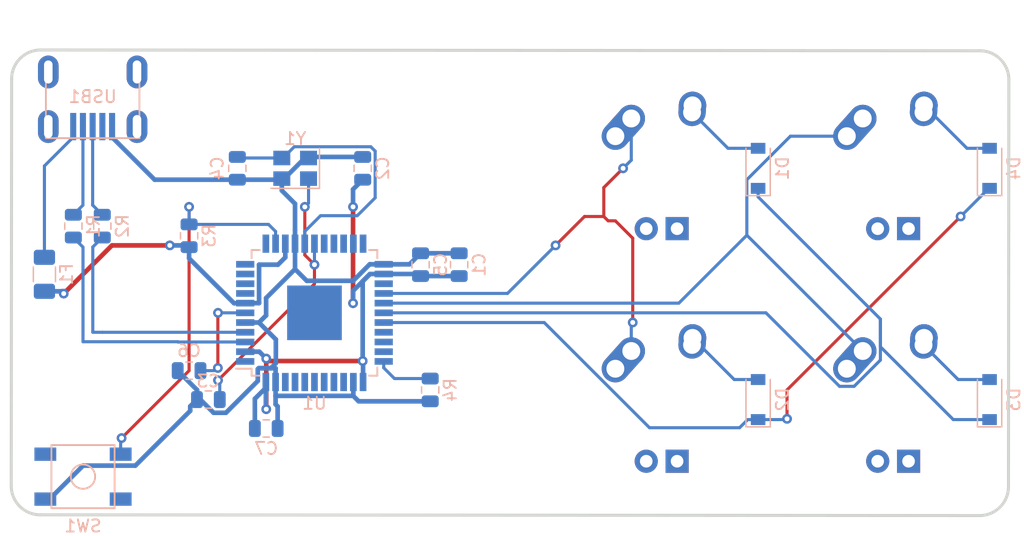
<source format=kicad_pcb>
(kicad_pcb (version 20171130) (host pcbnew "(5.1.4)-1")

  (general
    (thickness 1.6)
    (drawings 8)
    (tracks 222)
    (zones 0)
    (modules 24)
    (nets 46)
  )

  (page A4)
  (layers
    (0 F.Cu signal)
    (31 B.Cu signal)
    (32 B.Adhes user)
    (33 F.Adhes user)
    (34 B.Paste user)
    (35 F.Paste user)
    (36 B.SilkS user)
    (37 F.SilkS user)
    (38 B.Mask user)
    (39 F.Mask user)
    (40 Dwgs.User user)
    (41 Cmts.User user)
    (42 Eco1.User user)
    (43 Eco2.User user)
    (44 Edge.Cuts user)
    (45 Margin user)
    (46 B.CrtYd user)
    (47 F.CrtYd user)
    (48 B.Fab user)
    (49 F.Fab user)
  )

  (setup
    (last_trace_width 0.254)
    (trace_clearance 0.2)
    (zone_clearance 0.508)
    (zone_45_only no)
    (trace_min 0.2)
    (via_size 0.8)
    (via_drill 0.4)
    (via_min_size 0.4)
    (via_min_drill 0.3)
    (uvia_size 0.3)
    (uvia_drill 0.1)
    (uvias_allowed no)
    (uvia_min_size 0.2)
    (uvia_min_drill 0.1)
    (edge_width 0.05)
    (segment_width 0.2)
    (pcb_text_width 0.3)
    (pcb_text_size 1.5 1.5)
    (mod_edge_width 0.12)
    (mod_text_size 1 1)
    (mod_text_width 0.15)
    (pad_size 1.524 1.524)
    (pad_drill 0.762)
    (pad_to_mask_clearance 0.051)
    (solder_mask_min_width 0.25)
    (aux_axis_origin 0 0)
    (visible_elements FFFFEF7F)
    (pcbplotparams
      (layerselection 0x010fc_ffffffff)
      (usegerberextensions false)
      (usegerberattributes false)
      (usegerberadvancedattributes false)
      (creategerberjobfile false)
      (excludeedgelayer true)
      (linewidth 0.100000)
      (plotframeref false)
      (viasonmask false)
      (mode 1)
      (useauxorigin false)
      (hpglpennumber 1)
      (hpglpenspeed 20)
      (hpglpendiameter 15.000000)
      (psnegative false)
      (psa4output false)
      (plotreference true)
      (plotvalue true)
      (plotinvisibletext false)
      (padsonsilk false)
      (subtractmaskfromsilk false)
      (outputformat 1)
      (mirror false)
      (drillshape 1)
      (scaleselection 1)
      (outputdirectory ""))
  )

  (net 0 "")
  (net 1 GND)
  (net 2 +5V)
  (net 3 "Net-(C3-Pad1)")
  (net 4 "Net-(C4-Pad1)")
  (net 5 "Net-(C6-Pad1)")
  (net 6 "Net-(D1-Pad2)")
  (net 7 ROW0)
  (net 8 "Net-(D2-Pad2)")
  (net 9 ROW1)
  (net 10 "Net-(D3-Pad2)")
  (net 11 "Net-(D4-Pad2)")
  (net 12 VCC)
  (net 13 COL0)
  (net 14 COL1)
  (net 15 D-)
  (net 16 "Net-(R1-Pad1)")
  (net 17 D+)
  (net 18 "Net-(R2-Pad1)")
  (net 19 "Net-(R3-Pad2)")
  (net 20 "Net-(R4-Pad2)")
  (net 21 "Net-(U1-Pad42)")
  (net 22 "Net-(U1-Pad41)")
  (net 23 "Net-(U1-Pad40)")
  (net 24 "Net-(U1-Pad39)")
  (net 25 "Net-(U1-Pad38)")
  (net 26 "Net-(U1-Pad37)")
  (net 27 "Net-(U1-Pad36)")
  (net 28 "Net-(U1-Pad32)")
  (net 29 "Net-(U1-Pad31)")
  (net 30 "Net-(U1-Pad30)")
  (net 31 "Net-(U1-Pad25)")
  (net 32 "Net-(U1-Pad22)")
  (net 33 "Net-(U1-Pad21)")
  (net 34 "Net-(U1-Pad20)")
  (net 35 "Net-(U1-Pad19)")
  (net 36 "Net-(U1-Pad18)")
  (net 37 "Net-(U1-Pad12)")
  (net 38 "Net-(U1-Pad11)")
  (net 39 "Net-(U1-Pad10)")
  (net 40 "Net-(U1-Pad9)")
  (net 41 "Net-(U1-Pad8)")
  (net 42 "Net-(U1-Pad1)")
  (net 43 "Net-(USB1-Pad6)")
  (net 44 "Net-(USB1-Pad2)")
  (net 45 "Net-(U1-Pad16)")

  (net_class Default "This is the default net class."
    (clearance 0.2)
    (trace_width 0.254)
    (via_dia 0.8)
    (via_drill 0.4)
    (uvia_dia 0.3)
    (uvia_drill 0.1)
    (add_net COL0)
    (add_net COL1)
    (add_net D+)
    (add_net D-)
    (add_net "Net-(C3-Pad1)")
    (add_net "Net-(C4-Pad1)")
    (add_net "Net-(C6-Pad1)")
    (add_net "Net-(D1-Pad2)")
    (add_net "Net-(D2-Pad2)")
    (add_net "Net-(D3-Pad2)")
    (add_net "Net-(D4-Pad2)")
    (add_net "Net-(R1-Pad1)")
    (add_net "Net-(R2-Pad1)")
    (add_net "Net-(R3-Pad2)")
    (add_net "Net-(R4-Pad2)")
    (add_net "Net-(U1-Pad1)")
    (add_net "Net-(U1-Pad10)")
    (add_net "Net-(U1-Pad11)")
    (add_net "Net-(U1-Pad12)")
    (add_net "Net-(U1-Pad16)")
    (add_net "Net-(U1-Pad18)")
    (add_net "Net-(U1-Pad19)")
    (add_net "Net-(U1-Pad20)")
    (add_net "Net-(U1-Pad21)")
    (add_net "Net-(U1-Pad22)")
    (add_net "Net-(U1-Pad25)")
    (add_net "Net-(U1-Pad30)")
    (add_net "Net-(U1-Pad31)")
    (add_net "Net-(U1-Pad32)")
    (add_net "Net-(U1-Pad36)")
    (add_net "Net-(U1-Pad37)")
    (add_net "Net-(U1-Pad38)")
    (add_net "Net-(U1-Pad39)")
    (add_net "Net-(U1-Pad40)")
    (add_net "Net-(U1-Pad41)")
    (add_net "Net-(U1-Pad42)")
    (add_net "Net-(U1-Pad8)")
    (add_net "Net-(U1-Pad9)")
    (add_net "Net-(USB1-Pad2)")
    (add_net "Net-(USB1-Pad6)")
    (add_net ROW0)
    (add_net ROW1)
    (add_net VCC)
  )

  (net_class power ""
    (clearance 0.2)
    (trace_width 0.381)
    (via_dia 0.8)
    (via_drill 0.4)
    (uvia_dia 0.3)
    (uvia_drill 0.1)
    (add_net +5V)
    (add_net GND)
  )

  (module Package_QFP:TQFP-44-1EP_10x10mm_P0.8mm_EP4.5x4.5mm (layer B.Cu) (tedit 5A65E73A) (tstamp 631460C0)
    (at 125.4125 107.95)
    (descr "44-Lead Plastic Thin Quad Flatpack (MW) - 10x10x1.0 mm Body [TQFP] With 4.5x4.5 mm Exposed Pad (see Microchip Packaging Specification 00000049BS.pdf)")
    (tags "QFP 0.8")
    (path /6313D682)
    (attr smd)
    (fp_text reference U1 (at 0 7.45) (layer B.SilkS)
      (effects (font (size 1 1) (thickness 0.15)) (justify mirror))
    )
    (fp_text value ATmega32U4-AU (at 0 -7.45) (layer B.Fab)
      (effects (font (size 1 1) (thickness 0.15)) (justify mirror))
    )
    (fp_line (start -5.175 4.6) (end -6.45 4.6) (layer B.SilkS) (width 0.15))
    (fp_line (start 5.175 5.175) (end 4.5 5.175) (layer B.SilkS) (width 0.15))
    (fp_line (start 5.175 -5.175) (end 4.5 -5.175) (layer B.SilkS) (width 0.15))
    (fp_line (start -5.175 -5.175) (end -4.5 -5.175) (layer B.SilkS) (width 0.15))
    (fp_line (start -5.175 5.175) (end -4.5 5.175) (layer B.SilkS) (width 0.15))
    (fp_line (start -5.175 -5.175) (end -5.175 -4.5) (layer B.SilkS) (width 0.15))
    (fp_line (start 5.175 -5.175) (end 5.175 -4.5) (layer B.SilkS) (width 0.15))
    (fp_line (start 5.175 5.175) (end 5.175 4.5) (layer B.SilkS) (width 0.15))
    (fp_line (start -5.175 5.175) (end -5.175 4.6) (layer B.SilkS) (width 0.15))
    (fp_line (start -6.7 -6.7) (end 6.7 -6.7) (layer B.CrtYd) (width 0.05))
    (fp_line (start -6.7 6.7) (end 6.7 6.7) (layer B.CrtYd) (width 0.05))
    (fp_line (start 6.7 6.7) (end 6.7 -6.7) (layer B.CrtYd) (width 0.05))
    (fp_line (start -6.7 6.7) (end -6.7 -6.7) (layer B.CrtYd) (width 0.05))
    (fp_line (start -5 4) (end -4 5) (layer B.Fab) (width 0.15))
    (fp_line (start -5 -5) (end -5 4) (layer B.Fab) (width 0.15))
    (fp_line (start 5 -5) (end -5 -5) (layer B.Fab) (width 0.15))
    (fp_line (start 5 5) (end 5 -5) (layer B.Fab) (width 0.15))
    (fp_line (start -4 5) (end 5 5) (layer B.Fab) (width 0.15))
    (fp_text user %R (at 0 0) (layer B.Fab)
      (effects (font (size 1 1) (thickness 0.15)) (justify mirror))
    )
    (pad "" smd rect (at -1.5 -1.5) (size 1.16 1.16) (layers B.Paste))
    (pad "" smd rect (at 1.5 1.5) (size 1.16 1.16) (layers B.Paste))
    (pad "" smd rect (at -1.5 1.5) (size 1.16 1.16) (layers B.Paste))
    (pad "" smd rect (at 0 1.5) (size 1.16 1.16) (layers B.Paste))
    (pad "" smd rect (at -1.5 0) (size 1.16 1.16) (layers B.Paste))
    (pad "" smd rect (at 1.5 -1.5) (size 1.16 1.16) (layers B.Paste))
    (pad "" smd rect (at 0 -1.5) (size 1.16 1.16) (layers B.Paste))
    (pad "" smd rect (at 1.5 0) (size 1.16 1.16) (layers B.Paste))
    (pad "" smd rect (at 0 0) (size 1.16 1.16) (layers B.Paste))
    (pad 45 smd rect (at 0 0) (size 4.5 4.5) (layers B.Cu B.Mask))
    (pad 44 smd rect (at -4 5.7 270) (size 1.5 0.55) (layers B.Cu B.Paste B.Mask)
      (net 2 +5V))
    (pad 43 smd rect (at -3.2 5.7 270) (size 1.5 0.55) (layers B.Cu B.Paste B.Mask)
      (net 1 GND))
    (pad 42 smd rect (at -2.4 5.7 270) (size 1.5 0.55) (layers B.Cu B.Paste B.Mask)
      (net 21 "Net-(U1-Pad42)"))
    (pad 41 smd rect (at -1.6 5.7 270) (size 1.5 0.55) (layers B.Cu B.Paste B.Mask)
      (net 22 "Net-(U1-Pad41)"))
    (pad 40 smd rect (at -0.8 5.7 270) (size 1.5 0.55) (layers B.Cu B.Paste B.Mask)
      (net 23 "Net-(U1-Pad40)"))
    (pad 39 smd rect (at 0 5.7 270) (size 1.5 0.55) (layers B.Cu B.Paste B.Mask)
      (net 24 "Net-(U1-Pad39)"))
    (pad 38 smd rect (at 0.8 5.7 270) (size 1.5 0.55) (layers B.Cu B.Paste B.Mask)
      (net 25 "Net-(U1-Pad38)"))
    (pad 37 smd rect (at 1.6 5.7 270) (size 1.5 0.55) (layers B.Cu B.Paste B.Mask)
      (net 26 "Net-(U1-Pad37)"))
    (pad 36 smd rect (at 2.4 5.7 270) (size 1.5 0.55) (layers B.Cu B.Paste B.Mask)
      (net 27 "Net-(U1-Pad36)"))
    (pad 35 smd rect (at 3.2 5.7 270) (size 1.5 0.55) (layers B.Cu B.Paste B.Mask)
      (net 1 GND))
    (pad 34 smd rect (at 4 5.7 270) (size 1.5 0.55) (layers B.Cu B.Paste B.Mask)
      (net 2 +5V))
    (pad 33 smd rect (at 5.7 4) (size 1.5 0.55) (layers B.Cu B.Paste B.Mask)
      (net 20 "Net-(R4-Pad2)"))
    (pad 32 smd rect (at 5.7 3.2) (size 1.5 0.55) (layers B.Cu B.Paste B.Mask)
      (net 28 "Net-(U1-Pad32)"))
    (pad 31 smd rect (at 5.7 2.4) (size 1.5 0.55) (layers B.Cu B.Paste B.Mask)
      (net 29 "Net-(U1-Pad31)"))
    (pad 30 smd rect (at 5.7 1.6) (size 1.5 0.55) (layers B.Cu B.Paste B.Mask)
      (net 30 "Net-(U1-Pad30)"))
    (pad 29 smd rect (at 5.7 0.8) (size 1.5 0.55) (layers B.Cu B.Paste B.Mask)
      (net 9 ROW1))
    (pad 28 smd rect (at 5.7 0) (size 1.5 0.55) (layers B.Cu B.Paste B.Mask)
      (net 7 ROW0))
    (pad 27 smd rect (at 5.7 -0.8) (size 1.5 0.55) (layers B.Cu B.Paste B.Mask)
      (net 14 COL1))
    (pad 26 smd rect (at 5.7 -1.6) (size 1.5 0.55) (layers B.Cu B.Paste B.Mask)
      (net 13 COL0))
    (pad 25 smd rect (at 5.7 -2.4) (size 1.5 0.55) (layers B.Cu B.Paste B.Mask)
      (net 31 "Net-(U1-Pad25)"))
    (pad 24 smd rect (at 5.7 -3.2) (size 1.5 0.55) (layers B.Cu B.Paste B.Mask)
      (net 2 +5V))
    (pad 23 smd rect (at 5.7 -4) (size 1.5 0.55) (layers B.Cu B.Paste B.Mask)
      (net 1 GND))
    (pad 22 smd rect (at 4 -5.7 270) (size 1.5 0.55) (layers B.Cu B.Paste B.Mask)
      (net 32 "Net-(U1-Pad22)"))
    (pad 21 smd rect (at 3.2 -5.7 270) (size 1.5 0.55) (layers B.Cu B.Paste B.Mask)
      (net 33 "Net-(U1-Pad21)"))
    (pad 20 smd rect (at 2.4 -5.7 270) (size 1.5 0.55) (layers B.Cu B.Paste B.Mask)
      (net 34 "Net-(U1-Pad20)"))
    (pad 19 smd rect (at 1.6 -5.7 270) (size 1.5 0.55) (layers B.Cu B.Paste B.Mask)
      (net 35 "Net-(U1-Pad19)"))
    (pad 18 smd rect (at 0.8 -5.7 270) (size 1.5 0.55) (layers B.Cu B.Paste B.Mask)
      (net 36 "Net-(U1-Pad18)"))
    (pad 17 smd rect (at 0 -5.7 270) (size 1.5 0.55) (layers B.Cu B.Paste B.Mask)
      (net 3 "Net-(C3-Pad1)"))
    (pad 16 smd rect (at -0.8 -5.7 270) (size 1.5 0.55) (layers B.Cu B.Paste B.Mask)
      (net 45 "Net-(U1-Pad16)"))
    (pad 15 smd rect (at -1.6 -5.7 270) (size 1.5 0.55) (layers B.Cu B.Paste B.Mask)
      (net 1 GND))
    (pad 14 smd rect (at -2.4 -5.7 270) (size 1.5 0.55) (layers B.Cu B.Paste B.Mask)
      (net 2 +5V))
    (pad 13 smd rect (at -3.2 -5.7 270) (size 1.5 0.55) (layers B.Cu B.Paste B.Mask)
      (net 19 "Net-(R3-Pad2)"))
    (pad 12 smd rect (at -4 -5.7 270) (size 1.5 0.55) (layers B.Cu B.Paste B.Mask)
      (net 37 "Net-(U1-Pad12)"))
    (pad 11 smd rect (at -5.7 -4) (size 1.5 0.55) (layers B.Cu B.Paste B.Mask)
      (net 38 "Net-(U1-Pad11)"))
    (pad 10 smd rect (at -5.7 -3.2) (size 1.5 0.55) (layers B.Cu B.Paste B.Mask)
      (net 39 "Net-(U1-Pad10)"))
    (pad 9 smd rect (at -5.7 -2.4) (size 1.5 0.55) (layers B.Cu B.Paste B.Mask)
      (net 40 "Net-(U1-Pad9)"))
    (pad 8 smd rect (at -5.7 -1.6) (size 1.5 0.55) (layers B.Cu B.Paste B.Mask)
      (net 41 "Net-(U1-Pad8)"))
    (pad 7 smd rect (at -5.7 -0.8) (size 1.5 0.55) (layers B.Cu B.Paste B.Mask)
      (net 2 +5V))
    (pad 6 smd rect (at -5.7 0) (size 1.5 0.55) (layers B.Cu B.Paste B.Mask)
      (net 5 "Net-(C6-Pad1)"))
    (pad 5 smd rect (at -5.7 0.8) (size 1.5 0.55) (layers B.Cu B.Paste B.Mask)
      (net 1 GND))
    (pad 4 smd rect (at -5.7 1.6) (size 1.5 0.55) (layers B.Cu B.Paste B.Mask)
      (net 18 "Net-(R2-Pad1)"))
    (pad 3 smd rect (at -5.7 2.4) (size 1.5 0.55) (layers B.Cu B.Paste B.Mask)
      (net 16 "Net-(R1-Pad1)"))
    (pad 2 smd rect (at -5.7 3.2) (size 1.5 0.55) (layers B.Cu B.Paste B.Mask)
      (net 2 +5V))
    (pad 1 smd rect (at -5.7 4) (size 1.5 0.55) (layers B.Cu B.Paste B.Mask)
      (net 42 "Net-(U1-Pad1)"))
    (model ${KISYS3DMOD}/Package_QFP.3dshapes/TQFP-44-1EP_10x10mm_P0.8mm_EP4.5x4.5mm.wrl
      (at (xyz 0 0 0))
      (scale (xyz 1 1 1))
      (rotate (xyz 0 0 0))
    )
  )

  (module Capacitor_SMD:C_0805_2012Metric (layer B.Cu) (tedit 5B36C52B) (tstamp 63145F27)
    (at 115.09375 112.7125 180)
    (descr "Capacitor SMD 0805 (2012 Metric), square (rectangular) end terminal, IPC_7351 nominal, (Body size source: https://docs.google.com/spreadsheets/d/1BsfQQcO9C6DZCsRaXUlFlo91Tg2WpOkGARC1WS5S8t0/edit?usp=sharing), generated with kicad-footprint-generator")
    (tags capacitor)
    (path /63140556)
    (attr smd)
    (fp_text reference C6 (at 0 1.65) (layer B.SilkS)
      (effects (font (size 1 1) (thickness 0.15)) (justify mirror))
    )
    (fp_text value 1uF (at 0 -1.65) (layer B.Fab)
      (effects (font (size 1 1) (thickness 0.15)) (justify mirror))
    )
    (fp_text user %R (at 0 0) (layer B.Fab)
      (effects (font (size 0.5 0.5) (thickness 0.08)) (justify mirror))
    )
    (fp_line (start 1.68 -0.95) (end -1.68 -0.95) (layer B.CrtYd) (width 0.05))
    (fp_line (start 1.68 0.95) (end 1.68 -0.95) (layer B.CrtYd) (width 0.05))
    (fp_line (start -1.68 0.95) (end 1.68 0.95) (layer B.CrtYd) (width 0.05))
    (fp_line (start -1.68 -0.95) (end -1.68 0.95) (layer B.CrtYd) (width 0.05))
    (fp_line (start -0.258578 -0.71) (end 0.258578 -0.71) (layer B.SilkS) (width 0.12))
    (fp_line (start -0.258578 0.71) (end 0.258578 0.71) (layer B.SilkS) (width 0.12))
    (fp_line (start 1 -0.6) (end -1 -0.6) (layer B.Fab) (width 0.1))
    (fp_line (start 1 0.6) (end 1 -0.6) (layer B.Fab) (width 0.1))
    (fp_line (start -1 0.6) (end 1 0.6) (layer B.Fab) (width 0.1))
    (fp_line (start -1 -0.6) (end -1 0.6) (layer B.Fab) (width 0.1))
    (pad 2 smd roundrect (at 0.9375 0 180) (size 0.975 1.4) (layers B.Cu B.Paste B.Mask) (roundrect_rratio 0.25)
      (net 1 GND))
    (pad 1 smd roundrect (at -0.9375 0 180) (size 0.975 1.4) (layers B.Cu B.Paste B.Mask) (roundrect_rratio 0.25)
      (net 5 "Net-(C6-Pad1)"))
    (model ${KISYS3DMOD}/Capacitor_SMD.3dshapes/C_0805_2012Metric.wrl
      (at (xyz 0 0 0))
      (scale (xyz 1 1 1))
      (rotate (xyz 0 0 0))
    )
  )

  (module random-keyboard-parts:SKQG-1155865 (layer B.Cu) (tedit 5E62B398) (tstamp 63146073)
    (at 106.3625 121.44375 180)
    (path /6314972F)
    (attr smd)
    (fp_text reference SW1 (at 0 -4.064) (layer B.SilkS)
      (effects (font (size 1 1) (thickness 0.15)) (justify mirror))
    )
    (fp_text value SW_Push (at 0 4.064) (layer B.Fab)
      (effects (font (size 1 1) (thickness 0.15)) (justify mirror))
    )
    (fp_line (start -2.6 2.6) (end 2.6 2.6) (layer B.SilkS) (width 0.15))
    (fp_line (start 2.6 2.6) (end 2.6 -2.6) (layer B.SilkS) (width 0.15))
    (fp_line (start 2.6 -2.6) (end -2.6 -2.6) (layer B.SilkS) (width 0.15))
    (fp_line (start -2.6 -2.6) (end -2.6 2.6) (layer B.SilkS) (width 0.15))
    (fp_circle (center 0 0) (end 1 0) (layer B.SilkS) (width 0.15))
    (fp_line (start -4.2 2.6) (end 4.2 2.6) (layer B.Fab) (width 0.15))
    (fp_line (start 4.2 2.6) (end 4.2 1.2) (layer B.Fab) (width 0.15))
    (fp_line (start 4.2 1.1) (end 2.6 1.1) (layer B.Fab) (width 0.15))
    (fp_line (start 2.6 1.1) (end 2.6 -1.1) (layer B.Fab) (width 0.15))
    (fp_line (start 2.6 -1.1) (end 4.2 -1.1) (layer B.Fab) (width 0.15))
    (fp_line (start 4.2 -1.1) (end 4.2 -2.6) (layer B.Fab) (width 0.15))
    (fp_line (start 4.2 -2.6) (end -4.2 -2.6) (layer B.Fab) (width 0.15))
    (fp_line (start -4.2 -2.6) (end -4.2 -1.1) (layer B.Fab) (width 0.15))
    (fp_line (start -4.2 -1.1) (end -2.6 -1.1) (layer B.Fab) (width 0.15))
    (fp_line (start -2.6 -1.1) (end -2.6 1.1) (layer B.Fab) (width 0.15))
    (fp_line (start -2.6 1.1) (end -4.2 1.1) (layer B.Fab) (width 0.15))
    (fp_line (start -4.2 1.1) (end -4.2 2.6) (layer B.Fab) (width 0.15))
    (fp_circle (center 0 0) (end 1 0) (layer B.Fab) (width 0.15))
    (fp_line (start -2.6 1.1) (end -1.1 2.6) (layer B.Fab) (width 0.15))
    (fp_line (start 2.6 1.1) (end 1.1 2.6) (layer B.Fab) (width 0.15))
    (fp_line (start 2.6 -1.1) (end 1.1 -2.6) (layer B.Fab) (width 0.15))
    (fp_line (start -2.6 -1.1) (end -1.1 -2.6) (layer B.Fab) (width 0.15))
    (pad 4 smd rect (at -3.1 -1.85 180) (size 1.8 1.1) (layers B.Cu B.Paste B.Mask))
    (pad 3 smd rect (at 3.1 1.85 180) (size 1.8 1.1) (layers B.Cu B.Paste B.Mask))
    (pad 2 smd rect (at -3.1 1.85 180) (size 1.8 1.1) (layers B.Cu B.Paste B.Mask)
      (net 19 "Net-(R3-Pad2)"))
    (pad 1 smd rect (at 3.1 -1.85 180) (size 1.8 1.1) (layers B.Cu B.Paste B.Mask)
      (net 1 GND))
    (model ${KISYS3DMOD}/Button_Switch_SMD.3dshapes/SW_SPST_TL3342.step
      (at (xyz 0 0 0))
      (scale (xyz 1 1 1))
      (rotate (xyz 0 0 0))
    )
  )

  (module Crystal:Crystal_SMD_3225-4Pin_3.2x2.5mm (layer B.Cu) (tedit 5A0FD1B2) (tstamp 631460F4)
    (at 123.825 96.04375 180)
    (descr "SMD Crystal SERIES SMD3225/4 http://www.txccrystal.com/images/pdf/7m-accuracy.pdf, 3.2x2.5mm^2 package")
    (tags "SMD SMT crystal")
    (path /631407F4)
    (attr smd)
    (fp_text reference Y1 (at 0 2.45) (layer B.SilkS)
      (effects (font (size 1 1) (thickness 0.15)) (justify mirror))
    )
    (fp_text value Crystal_GND24_Small (at 0 -2.45) (layer B.Fab)
      (effects (font (size 1 1) (thickness 0.15)) (justify mirror))
    )
    (fp_line (start 2.1 1.7) (end -2.1 1.7) (layer B.CrtYd) (width 0.05))
    (fp_line (start 2.1 -1.7) (end 2.1 1.7) (layer B.CrtYd) (width 0.05))
    (fp_line (start -2.1 -1.7) (end 2.1 -1.7) (layer B.CrtYd) (width 0.05))
    (fp_line (start -2.1 1.7) (end -2.1 -1.7) (layer B.CrtYd) (width 0.05))
    (fp_line (start -2 -1.65) (end 2 -1.65) (layer B.SilkS) (width 0.12))
    (fp_line (start -2 1.65) (end -2 -1.65) (layer B.SilkS) (width 0.12))
    (fp_line (start -1.6 -0.25) (end -0.6 -1.25) (layer B.Fab) (width 0.1))
    (fp_line (start 1.6 1.25) (end -1.6 1.25) (layer B.Fab) (width 0.1))
    (fp_line (start 1.6 -1.25) (end 1.6 1.25) (layer B.Fab) (width 0.1))
    (fp_line (start -1.6 -1.25) (end 1.6 -1.25) (layer B.Fab) (width 0.1))
    (fp_line (start -1.6 1.25) (end -1.6 -1.25) (layer B.Fab) (width 0.1))
    (fp_text user %R (at 0 0) (layer B.Fab)
      (effects (font (size 0.7 0.7) (thickness 0.105)) (justify mirror))
    )
    (pad 4 smd rect (at -1.1 0.85 180) (size 1.4 1.2) (layers B.Cu B.Paste B.Mask)
      (net 1 GND))
    (pad 3 smd rect (at 1.1 0.85 180) (size 1.4 1.2) (layers B.Cu B.Paste B.Mask)
      (net 4 "Net-(C4-Pad1)"))
    (pad 2 smd rect (at 1.1 -0.85 180) (size 1.4 1.2) (layers B.Cu B.Paste B.Mask)
      (net 1 GND))
    (pad 1 smd rect (at -1.1 -0.85 180) (size 1.4 1.2) (layers B.Cu B.Paste B.Mask)
      (net 3 "Net-(C3-Pad1)"))
    (model ${KISYS3DMOD}/Crystal.3dshapes/Crystal_SMD_3225-4Pin_3.2x2.5mm.wrl
      (at (xyz 0 0 0))
      (scale (xyz 1 1 1))
      (rotate (xyz 0 0 0))
    )
  )

  (module random-keyboard-parts:Molex-0548190589 (layer B.Cu) (tedit 5C494815) (tstamp 631460E0)
    (at 107.15625 88.10625 270)
    (path /63153B7F)
    (attr smd)
    (fp_text reference USB1 (at 2.032 0) (layer B.SilkS)
      (effects (font (size 1 1) (thickness 0.15)) (justify mirror))
    )
    (fp_text value Molex-0548190589 (at -5.08 0) (layer Dwgs.User)
      (effects (font (size 1 1) (thickness 0.15)))
    )
    (fp_text user %R (at 2 0) (layer B.CrtYd)
      (effects (font (size 1 1) (thickness 0.15)) (justify mirror))
    )
    (fp_line (start 3.25 1.25) (end 5.5 1.25) (layer B.CrtYd) (width 0.15))
    (fp_line (start 5.5 0.5) (end 3.25 0.5) (layer B.CrtYd) (width 0.15))
    (fp_line (start 3.25 -0.5) (end 5.5 -0.5) (layer B.CrtYd) (width 0.15))
    (fp_line (start 5.5 -1.25) (end 3.25 -1.25) (layer B.CrtYd) (width 0.15))
    (fp_line (start 3.25 -2) (end 5.5 -2) (layer B.CrtYd) (width 0.15))
    (fp_line (start 3.25 2) (end 3.25 -2) (layer B.CrtYd) (width 0.15))
    (fp_line (start 5.5 2) (end 3.25 2) (layer B.CrtYd) (width 0.15))
    (fp_line (start -3.75 -3.75) (end -3.75 3.75) (layer B.CrtYd) (width 0.15))
    (fp_line (start 5.5 -3.75) (end -3.75 -3.75) (layer B.CrtYd) (width 0.15))
    (fp_line (start 5.5 3.75) (end 5.5 -3.75) (layer B.CrtYd) (width 0.15))
    (fp_line (start -3.75 3.75) (end 5.5 3.75) (layer B.CrtYd) (width 0.15))
    (fp_line (start 0 3.85) (end 5.45 3.85) (layer B.SilkS) (width 0.15))
    (fp_line (start 0 -3.85) (end 5.45 -3.85) (layer B.SilkS) (width 0.15))
    (fp_line (start 5.45 3.85) (end 5.45 -3.85) (layer B.SilkS) (width 0.15))
    (fp_line (start -3.75 3.85) (end 0 3.85) (layer Dwgs.User) (width 0.15))
    (fp_line (start -3.75 -3.85) (end 0 -3.85) (layer Dwgs.User) (width 0.15))
    (fp_line (start -1.75 4.572) (end -1.75 -4.572) (layer Dwgs.User) (width 0.15))
    (fp_line (start -3.75 3.85) (end -3.75 -3.85) (layer Dwgs.User) (width 0.15))
    (pad 6 thru_hole oval (at 0 3.65 270) (size 2.7 1.7) (drill oval 1.9 0.7) (layers *.Cu *.Mask)
      (net 43 "Net-(USB1-Pad6)"))
    (pad 6 thru_hole oval (at 0 -3.65 270) (size 2.7 1.7) (drill oval 1.9 0.7) (layers *.Cu *.Mask)
      (net 43 "Net-(USB1-Pad6)"))
    (pad 6 thru_hole oval (at 4.5 -3.65 270) (size 2.7 1.7) (drill oval 1.9 0.7) (layers *.Cu *.Mask)
      (net 43 "Net-(USB1-Pad6)"))
    (pad 6 thru_hole oval (at 4.5 3.65 270) (size 2.7 1.7) (drill oval 1.9 0.7) (layers *.Cu *.Mask)
      (net 43 "Net-(USB1-Pad6)"))
    (pad 5 smd rect (at 4.5 1.6 270) (size 2.25 0.5) (layers B.Cu B.Paste B.Mask)
      (net 12 VCC))
    (pad 4 smd rect (at 4.5 0.8 270) (size 2.25 0.5) (layers B.Cu B.Paste B.Mask)
      (net 15 D-))
    (pad 3 smd rect (at 4.5 0 270) (size 2.25 0.5) (layers B.Cu B.Paste B.Mask)
      (net 17 D+))
    (pad 2 smd rect (at 4.5 -0.8 270) (size 2.25 0.5) (layers B.Cu B.Paste B.Mask)
      (net 44 "Net-(USB1-Pad2)"))
    (pad 1 smd rect (at 4.5 -1.6 270) (size 2.25 0.5) (layers B.Cu B.Paste B.Mask)
      (net 1 GND))
  )

  (module Resistor_SMD:R_0805_2012Metric (layer B.Cu) (tedit 5B36C52B) (tstamp 63146055)
    (at 134.9375 114.3 90)
    (descr "Resistor SMD 0805 (2012 Metric), square (rectangular) end terminal, IPC_7351 nominal, (Body size source: https://docs.google.com/spreadsheets/d/1BsfQQcO9C6DZCsRaXUlFlo91Tg2WpOkGARC1WS5S8t0/edit?usp=sharing), generated with kicad-footprint-generator")
    (tags resistor)
    (path /63147400)
    (attr smd)
    (fp_text reference R4 (at 0 1.65 270) (layer B.SilkS)
      (effects (font (size 1 1) (thickness 0.15)) (justify mirror))
    )
    (fp_text value 10k (at 0 -1.65 270) (layer B.Fab)
      (effects (font (size 1 1) (thickness 0.15)) (justify mirror))
    )
    (fp_text user %R (at 0 0 270) (layer B.Fab)
      (effects (font (size 0.5 0.5) (thickness 0.08)) (justify mirror))
    )
    (fp_line (start 1.68 -0.95) (end -1.68 -0.95) (layer B.CrtYd) (width 0.05))
    (fp_line (start 1.68 0.95) (end 1.68 -0.95) (layer B.CrtYd) (width 0.05))
    (fp_line (start -1.68 0.95) (end 1.68 0.95) (layer B.CrtYd) (width 0.05))
    (fp_line (start -1.68 -0.95) (end -1.68 0.95) (layer B.CrtYd) (width 0.05))
    (fp_line (start -0.258578 -0.71) (end 0.258578 -0.71) (layer B.SilkS) (width 0.12))
    (fp_line (start -0.258578 0.71) (end 0.258578 0.71) (layer B.SilkS) (width 0.12))
    (fp_line (start 1 -0.6) (end -1 -0.6) (layer B.Fab) (width 0.1))
    (fp_line (start 1 0.6) (end 1 -0.6) (layer B.Fab) (width 0.1))
    (fp_line (start -1 0.6) (end 1 0.6) (layer B.Fab) (width 0.1))
    (fp_line (start -1 -0.6) (end -1 0.6) (layer B.Fab) (width 0.1))
    (pad 2 smd roundrect (at 0.9375 0 90) (size 0.975 1.4) (layers B.Cu B.Paste B.Mask) (roundrect_rratio 0.25)
      (net 20 "Net-(R4-Pad2)"))
    (pad 1 smd roundrect (at -0.9375 0 90) (size 0.975 1.4) (layers B.Cu B.Paste B.Mask) (roundrect_rratio 0.25)
      (net 1 GND))
    (model ${KISYS3DMOD}/Resistor_SMD.3dshapes/R_0805_2012Metric.wrl
      (at (xyz 0 0 0))
      (scale (xyz 1 1 1))
      (rotate (xyz 0 0 0))
    )
  )

  (module Resistor_SMD:R_0805_2012Metric (layer B.Cu) (tedit 5B36C52B) (tstamp 63146044)
    (at 115.09375 101.6 90)
    (descr "Resistor SMD 0805 (2012 Metric), square (rectangular) end terminal, IPC_7351 nominal, (Body size source: https://docs.google.com/spreadsheets/d/1BsfQQcO9C6DZCsRaXUlFlo91Tg2WpOkGARC1WS5S8t0/edit?usp=sharing), generated with kicad-footprint-generator")
    (tags resistor)
    (path /6314EC1D)
    (attr smd)
    (fp_text reference R3 (at 0 1.65 270) (layer B.SilkS)
      (effects (font (size 1 1) (thickness 0.15)) (justify mirror))
    )
    (fp_text value 10k (at 0 -1.65 270) (layer B.Fab)
      (effects (font (size 1 1) (thickness 0.15)) (justify mirror))
    )
    (fp_text user %R (at 0 0 270) (layer B.Fab)
      (effects (font (size 0.5 0.5) (thickness 0.08)) (justify mirror))
    )
    (fp_line (start 1.68 -0.95) (end -1.68 -0.95) (layer B.CrtYd) (width 0.05))
    (fp_line (start 1.68 0.95) (end 1.68 -0.95) (layer B.CrtYd) (width 0.05))
    (fp_line (start -1.68 0.95) (end 1.68 0.95) (layer B.CrtYd) (width 0.05))
    (fp_line (start -1.68 -0.95) (end -1.68 0.95) (layer B.CrtYd) (width 0.05))
    (fp_line (start -0.258578 -0.71) (end 0.258578 -0.71) (layer B.SilkS) (width 0.12))
    (fp_line (start -0.258578 0.71) (end 0.258578 0.71) (layer B.SilkS) (width 0.12))
    (fp_line (start 1 -0.6) (end -1 -0.6) (layer B.Fab) (width 0.1))
    (fp_line (start 1 0.6) (end 1 -0.6) (layer B.Fab) (width 0.1))
    (fp_line (start -1 0.6) (end 1 0.6) (layer B.Fab) (width 0.1))
    (fp_line (start -1 -0.6) (end -1 0.6) (layer B.Fab) (width 0.1))
    (pad 2 smd roundrect (at 0.9375 0 90) (size 0.975 1.4) (layers B.Cu B.Paste B.Mask) (roundrect_rratio 0.25)
      (net 19 "Net-(R3-Pad2)"))
    (pad 1 smd roundrect (at -0.9375 0 90) (size 0.975 1.4) (layers B.Cu B.Paste B.Mask) (roundrect_rratio 0.25)
      (net 2 +5V))
    (model ${KISYS3DMOD}/Resistor_SMD.3dshapes/R_0805_2012Metric.wrl
      (at (xyz 0 0 0))
      (scale (xyz 1 1 1))
      (rotate (xyz 0 0 0))
    )
  )

  (module Resistor_SMD:R_0805_2012Metric (layer B.Cu) (tedit 5B36C52B) (tstamp 63146033)
    (at 107.95 100.80625 90)
    (descr "Resistor SMD 0805 (2012 Metric), square (rectangular) end terminal, IPC_7351 nominal, (Body size source: https://docs.google.com/spreadsheets/d/1BsfQQcO9C6DZCsRaXUlFlo91Tg2WpOkGARC1WS5S8t0/edit?usp=sharing), generated with kicad-footprint-generator")
    (tags resistor)
    (path /6313E670)
    (attr smd)
    (fp_text reference R2 (at 0 1.65 -90) (layer B.SilkS)
      (effects (font (size 1 1) (thickness 0.15)) (justify mirror))
    )
    (fp_text value 22 (at 0 -1.65 -90) (layer B.Fab)
      (effects (font (size 1 1) (thickness 0.15)) (justify mirror))
    )
    (fp_text user %R (at 0 0 -90) (layer B.Fab)
      (effects (font (size 0.5 0.5) (thickness 0.08)) (justify mirror))
    )
    (fp_line (start 1.68 -0.95) (end -1.68 -0.95) (layer B.CrtYd) (width 0.05))
    (fp_line (start 1.68 0.95) (end 1.68 -0.95) (layer B.CrtYd) (width 0.05))
    (fp_line (start -1.68 0.95) (end 1.68 0.95) (layer B.CrtYd) (width 0.05))
    (fp_line (start -1.68 -0.95) (end -1.68 0.95) (layer B.CrtYd) (width 0.05))
    (fp_line (start -0.258578 -0.71) (end 0.258578 -0.71) (layer B.SilkS) (width 0.12))
    (fp_line (start -0.258578 0.71) (end 0.258578 0.71) (layer B.SilkS) (width 0.12))
    (fp_line (start 1 -0.6) (end -1 -0.6) (layer B.Fab) (width 0.1))
    (fp_line (start 1 0.6) (end 1 -0.6) (layer B.Fab) (width 0.1))
    (fp_line (start -1 0.6) (end 1 0.6) (layer B.Fab) (width 0.1))
    (fp_line (start -1 -0.6) (end -1 0.6) (layer B.Fab) (width 0.1))
    (pad 2 smd roundrect (at 0.9375 0 90) (size 0.975 1.4) (layers B.Cu B.Paste B.Mask) (roundrect_rratio 0.25)
      (net 17 D+))
    (pad 1 smd roundrect (at -0.9375 0 90) (size 0.975 1.4) (layers B.Cu B.Paste B.Mask) (roundrect_rratio 0.25)
      (net 18 "Net-(R2-Pad1)"))
    (model ${KISYS3DMOD}/Resistor_SMD.3dshapes/R_0805_2012Metric.wrl
      (at (xyz 0 0 0))
      (scale (xyz 1 1 1))
      (rotate (xyz 0 0 0))
    )
  )

  (module Resistor_SMD:R_0805_2012Metric (layer B.Cu) (tedit 5B36C52B) (tstamp 63146022)
    (at 105.56875 100.80625 90)
    (descr "Resistor SMD 0805 (2012 Metric), square (rectangular) end terminal, IPC_7351 nominal, (Body size source: https://docs.google.com/spreadsheets/d/1BsfQQcO9C6DZCsRaXUlFlo91Tg2WpOkGARC1WS5S8t0/edit?usp=sharing), generated with kicad-footprint-generator")
    (tags resistor)
    (path /6313F9E3)
    (attr smd)
    (fp_text reference R1 (at 0 1.65 270) (layer B.SilkS)
      (effects (font (size 1 1) (thickness 0.15)) (justify mirror))
    )
    (fp_text value 22 (at 0 -1.65 270) (layer B.Fab)
      (effects (font (size 1 1) (thickness 0.15)) (justify mirror))
    )
    (fp_text user %R (at 0 0 270) (layer B.Fab)
      (effects (font (size 0.5 0.5) (thickness 0.08)) (justify mirror))
    )
    (fp_line (start 1.68 -0.95) (end -1.68 -0.95) (layer B.CrtYd) (width 0.05))
    (fp_line (start 1.68 0.95) (end 1.68 -0.95) (layer B.CrtYd) (width 0.05))
    (fp_line (start -1.68 0.95) (end 1.68 0.95) (layer B.CrtYd) (width 0.05))
    (fp_line (start -1.68 -0.95) (end -1.68 0.95) (layer B.CrtYd) (width 0.05))
    (fp_line (start -0.258578 -0.71) (end 0.258578 -0.71) (layer B.SilkS) (width 0.12))
    (fp_line (start -0.258578 0.71) (end 0.258578 0.71) (layer B.SilkS) (width 0.12))
    (fp_line (start 1 -0.6) (end -1 -0.6) (layer B.Fab) (width 0.1))
    (fp_line (start 1 0.6) (end 1 -0.6) (layer B.Fab) (width 0.1))
    (fp_line (start -1 0.6) (end 1 0.6) (layer B.Fab) (width 0.1))
    (fp_line (start -1 -0.6) (end -1 0.6) (layer B.Fab) (width 0.1))
    (pad 2 smd roundrect (at 0.9375 0 90) (size 0.975 1.4) (layers B.Cu B.Paste B.Mask) (roundrect_rratio 0.25)
      (net 15 D-))
    (pad 1 smd roundrect (at -0.9375 0 90) (size 0.975 1.4) (layers B.Cu B.Paste B.Mask) (roundrect_rratio 0.25)
      (net 16 "Net-(R1-Pad1)"))
    (model ${KISYS3DMOD}/Resistor_SMD.3dshapes/R_0805_2012Metric.wrl
      (at (xyz 0 0 0))
      (scale (xyz 1 1 1))
      (rotate (xyz 0 0 0))
    )
  )

  (module MX_Alps_Hybrid:MX-1U (layer F.Cu) (tedit 5A9F3A9A) (tstamp 63146011)
    (at 173.0375 95.9375)
    (path /631650AD)
    (fp_text reference MX4 (at 0 3.175) (layer Dwgs.User)
      (effects (font (size 1 1) (thickness 0.15)))
    )
    (fp_text value MX-NoLED (at 0 -7.9375) (layer Dwgs.User)
      (effects (font (size 1 1) (thickness 0.15)))
    )
    (fp_line (start -9.525 9.525) (end -9.525 -9.525) (layer Dwgs.User) (width 0.15))
    (fp_line (start 9.525 9.525) (end -9.525 9.525) (layer Dwgs.User) (width 0.15))
    (fp_line (start 9.525 -9.525) (end 9.525 9.525) (layer Dwgs.User) (width 0.15))
    (fp_line (start -9.525 -9.525) (end 9.525 -9.525) (layer Dwgs.User) (width 0.15))
    (fp_line (start -7 -7) (end -7 -5) (layer Dwgs.User) (width 0.15))
    (fp_line (start -5 -7) (end -7 -7) (layer Dwgs.User) (width 0.15))
    (fp_line (start -7 7) (end -5 7) (layer Dwgs.User) (width 0.15))
    (fp_line (start -7 5) (end -7 7) (layer Dwgs.User) (width 0.15))
    (fp_line (start 7 7) (end 7 5) (layer Dwgs.User) (width 0.15))
    (fp_line (start 5 7) (end 7 7) (layer Dwgs.User) (width 0.15))
    (fp_line (start 7 -7) (end 7 -5) (layer Dwgs.User) (width 0.15))
    (fp_line (start 5 -7) (end 7 -7) (layer Dwgs.User) (width 0.15))
    (pad "" np_thru_hole circle (at 5.08 0 48.0996) (size 1.75 1.75) (drill 1.75) (layers *.Cu *.Mask))
    (pad "" np_thru_hole circle (at -5.08 0 48.0996) (size 1.75 1.75) (drill 1.75) (layers *.Cu *.Mask))
    (pad 4 thru_hole rect (at 1.27 5.08) (size 1.905 1.905) (drill 1.04) (layers *.Cu B.Mask))
    (pad 3 thru_hole circle (at -1.27 5.08) (size 1.905 1.905) (drill 1.04) (layers *.Cu B.Mask))
    (pad 1 thru_hole circle (at -2.5 -4) (size 2.25 2.25) (drill 1.47) (layers *.Cu B.Mask)
      (net 14 COL1))
    (pad "" np_thru_hole circle (at 0 0) (size 3.9878 3.9878) (drill 3.9878) (layers *.Cu *.Mask))
    (pad 1 thru_hole oval (at -3.81 -2.54 48.0996) (size 4.211556 2.25) (drill 1.47 (offset 0.980778 0)) (layers *.Cu B.Mask)
      (net 14 COL1))
    (pad 2 thru_hole circle (at 2.54 -5.08) (size 2.25 2.25) (drill 1.47) (layers *.Cu B.Mask)
      (net 11 "Net-(D4-Pad2)"))
    (pad 2 thru_hole oval (at 2.5 -4.5 86.0548) (size 2.831378 2.25) (drill 1.47 (offset 0.290689 0)) (layers *.Cu B.Mask)
      (net 11 "Net-(D4-Pad2)"))
  )

  (module MX_Alps_Hybrid:MX-1U (layer F.Cu) (tedit 5A9F3A9A) (tstamp 63145FF8)
    (at 173.0375 115.09375)
    (path /63161B04)
    (fp_text reference MX3 (at 0 3.175) (layer Dwgs.User)
      (effects (font (size 1 1) (thickness 0.15)))
    )
    (fp_text value MX-NoLED (at 0 -7.9375) (layer Dwgs.User)
      (effects (font (size 1 1) (thickness 0.15)))
    )
    (fp_line (start -9.525 9.525) (end -9.525 -9.525) (layer Dwgs.User) (width 0.15))
    (fp_line (start 9.525 9.525) (end -9.525 9.525) (layer Dwgs.User) (width 0.15))
    (fp_line (start 9.525 -9.525) (end 9.525 9.525) (layer Dwgs.User) (width 0.15))
    (fp_line (start -9.525 -9.525) (end 9.525 -9.525) (layer Dwgs.User) (width 0.15))
    (fp_line (start -7 -7) (end -7 -5) (layer Dwgs.User) (width 0.15))
    (fp_line (start -5 -7) (end -7 -7) (layer Dwgs.User) (width 0.15))
    (fp_line (start -7 7) (end -5 7) (layer Dwgs.User) (width 0.15))
    (fp_line (start -7 5) (end -7 7) (layer Dwgs.User) (width 0.15))
    (fp_line (start 7 7) (end 7 5) (layer Dwgs.User) (width 0.15))
    (fp_line (start 5 7) (end 7 7) (layer Dwgs.User) (width 0.15))
    (fp_line (start 7 -7) (end 7 -5) (layer Dwgs.User) (width 0.15))
    (fp_line (start 5 -7) (end 7 -7) (layer Dwgs.User) (width 0.15))
    (pad "" np_thru_hole circle (at 5.08 0 48.0996) (size 1.75 1.75) (drill 1.75) (layers *.Cu *.Mask))
    (pad "" np_thru_hole circle (at -5.08 0 48.0996) (size 1.75 1.75) (drill 1.75) (layers *.Cu *.Mask))
    (pad 4 thru_hole rect (at 1.27 5.08) (size 1.905 1.905) (drill 1.04) (layers *.Cu B.Mask))
    (pad 3 thru_hole circle (at -1.27 5.08) (size 1.905 1.905) (drill 1.04) (layers *.Cu B.Mask))
    (pad 1 thru_hole circle (at -2.5 -4) (size 2.25 2.25) (drill 1.47) (layers *.Cu B.Mask)
      (net 14 COL1))
    (pad "" np_thru_hole circle (at 0 0) (size 3.9878 3.9878) (drill 3.9878) (layers *.Cu *.Mask))
    (pad 1 thru_hole oval (at -3.81 -2.54 48.0996) (size 4.211556 2.25) (drill 1.47 (offset 0.980778 0)) (layers *.Cu B.Mask)
      (net 14 COL1))
    (pad 2 thru_hole circle (at 2.54 -5.08) (size 2.25 2.25) (drill 1.47) (layers *.Cu B.Mask)
      (net 10 "Net-(D3-Pad2)"))
    (pad 2 thru_hole oval (at 2.5 -4.5 86.0548) (size 2.831378 2.25) (drill 1.47 (offset 0.290689 0)) (layers *.Cu B.Mask)
      (net 10 "Net-(D3-Pad2)"))
  )

  (module MX_Alps_Hybrid:MX-1U (layer F.Cu) (tedit 5A9F3A9A) (tstamp 63145FDF)
    (at 153.9875 115.09375)
    (path /631647B0)
    (fp_text reference MX2 (at 0 3.175) (layer Dwgs.User)
      (effects (font (size 1 1) (thickness 0.15)))
    )
    (fp_text value MX-NoLED (at 0 -7.9375) (layer Dwgs.User)
      (effects (font (size 1 1) (thickness 0.15)))
    )
    (fp_line (start -9.525 9.525) (end -9.525 -9.525) (layer Dwgs.User) (width 0.15))
    (fp_line (start 9.525 9.525) (end -9.525 9.525) (layer Dwgs.User) (width 0.15))
    (fp_line (start 9.525 -9.525) (end 9.525 9.525) (layer Dwgs.User) (width 0.15))
    (fp_line (start -9.525 -9.525) (end 9.525 -9.525) (layer Dwgs.User) (width 0.15))
    (fp_line (start -7 -7) (end -7 -5) (layer Dwgs.User) (width 0.15))
    (fp_line (start -5 -7) (end -7 -7) (layer Dwgs.User) (width 0.15))
    (fp_line (start -7 7) (end -5 7) (layer Dwgs.User) (width 0.15))
    (fp_line (start -7 5) (end -7 7) (layer Dwgs.User) (width 0.15))
    (fp_line (start 7 7) (end 7 5) (layer Dwgs.User) (width 0.15))
    (fp_line (start 5 7) (end 7 7) (layer Dwgs.User) (width 0.15))
    (fp_line (start 7 -7) (end 7 -5) (layer Dwgs.User) (width 0.15))
    (fp_line (start 5 -7) (end 7 -7) (layer Dwgs.User) (width 0.15))
    (pad "" np_thru_hole circle (at 5.08 0 48.0996) (size 1.75 1.75) (drill 1.75) (layers *.Cu *.Mask))
    (pad "" np_thru_hole circle (at -5.08 0 48.0996) (size 1.75 1.75) (drill 1.75) (layers *.Cu *.Mask))
    (pad 4 thru_hole rect (at 1.27 5.08) (size 1.905 1.905) (drill 1.04) (layers *.Cu B.Mask))
    (pad 3 thru_hole circle (at -1.27 5.08) (size 1.905 1.905) (drill 1.04) (layers *.Cu B.Mask))
    (pad 1 thru_hole circle (at -2.5 -4) (size 2.25 2.25) (drill 1.47) (layers *.Cu B.Mask)
      (net 13 COL0))
    (pad "" np_thru_hole circle (at 0 0) (size 3.9878 3.9878) (drill 3.9878) (layers *.Cu *.Mask))
    (pad 1 thru_hole oval (at -3.81 -2.54 48.0996) (size 4.211556 2.25) (drill 1.47 (offset 0.980778 0)) (layers *.Cu B.Mask)
      (net 13 COL0))
    (pad 2 thru_hole circle (at 2.54 -5.08) (size 2.25 2.25) (drill 1.47) (layers *.Cu B.Mask)
      (net 8 "Net-(D2-Pad2)"))
    (pad 2 thru_hole oval (at 2.5 -4.5 86.0548) (size 2.831378 2.25) (drill 1.47 (offset 0.290689 0)) (layers *.Cu B.Mask)
      (net 8 "Net-(D2-Pad2)"))
  )

  (module MX_Alps_Hybrid:MX-1U (layer F.Cu) (tedit 5A9F3A9A) (tstamp 63145FC6)
    (at 153.9875 95.9375)
    (path /6315D47E)
    (fp_text reference MX1 (at 0 3.175) (layer Dwgs.User)
      (effects (font (size 1 1) (thickness 0.15)))
    )
    (fp_text value MX-NoLED (at 0 -7.9375) (layer Dwgs.User)
      (effects (font (size 1 1) (thickness 0.15)))
    )
    (fp_line (start -9.525 9.525) (end -9.525 -9.525) (layer Dwgs.User) (width 0.15))
    (fp_line (start 9.525 9.525) (end -9.525 9.525) (layer Dwgs.User) (width 0.15))
    (fp_line (start 9.525 -9.525) (end 9.525 9.525) (layer Dwgs.User) (width 0.15))
    (fp_line (start -9.525 -9.525) (end 9.525 -9.525) (layer Dwgs.User) (width 0.15))
    (fp_line (start -7 -7) (end -7 -5) (layer Dwgs.User) (width 0.15))
    (fp_line (start -5 -7) (end -7 -7) (layer Dwgs.User) (width 0.15))
    (fp_line (start -7 7) (end -5 7) (layer Dwgs.User) (width 0.15))
    (fp_line (start -7 5) (end -7 7) (layer Dwgs.User) (width 0.15))
    (fp_line (start 7 7) (end 7 5) (layer Dwgs.User) (width 0.15))
    (fp_line (start 5 7) (end 7 7) (layer Dwgs.User) (width 0.15))
    (fp_line (start 7 -7) (end 7 -5) (layer Dwgs.User) (width 0.15))
    (fp_line (start 5 -7) (end 7 -7) (layer Dwgs.User) (width 0.15))
    (pad "" np_thru_hole circle (at 5.08 0 48.0996) (size 1.75 1.75) (drill 1.75) (layers *.Cu *.Mask))
    (pad "" np_thru_hole circle (at -5.08 0 48.0996) (size 1.75 1.75) (drill 1.75) (layers *.Cu *.Mask))
    (pad 4 thru_hole rect (at 1.27 5.08) (size 1.905 1.905) (drill 1.04) (layers *.Cu B.Mask))
    (pad 3 thru_hole circle (at -1.27 5.08) (size 1.905 1.905) (drill 1.04) (layers *.Cu B.Mask))
    (pad 1 thru_hole circle (at -2.5 -4) (size 2.25 2.25) (drill 1.47) (layers *.Cu B.Mask)
      (net 13 COL0))
    (pad "" np_thru_hole circle (at 0 0) (size 3.9878 3.9878) (drill 3.9878) (layers *.Cu *.Mask))
    (pad 1 thru_hole oval (at -3.81 -2.54 48.0996) (size 4.211556 2.25) (drill 1.47 (offset 0.980778 0)) (layers *.Cu B.Mask)
      (net 13 COL0))
    (pad 2 thru_hole circle (at 2.54 -5.08) (size 2.25 2.25) (drill 1.47) (layers *.Cu B.Mask)
      (net 6 "Net-(D1-Pad2)"))
    (pad 2 thru_hole oval (at 2.5 -4.5 86.0548) (size 2.831378 2.25) (drill 1.47 (offset 0.290689 0)) (layers *.Cu B.Mask)
      (net 6 "Net-(D1-Pad2)"))
  )

  (module Fuse:Fuse_1206_3216Metric (layer B.Cu) (tedit 5B301BBE) (tstamp 63145FAD)
    (at 103.1875 104.775 90)
    (descr "Fuse SMD 1206 (3216 Metric), square (rectangular) end terminal, IPC_7351 nominal, (Body size source: http://www.tortai-tech.com/upload/download/2011102023233369053.pdf), generated with kicad-footprint-generator")
    (tags resistor)
    (path /63154D1D)
    (attr smd)
    (fp_text reference F1 (at 0 1.82 90) (layer B.SilkS)
      (effects (font (size 1 1) (thickness 0.15)) (justify mirror))
    )
    (fp_text value 500mA (at 0 -1.82 90) (layer B.Fab)
      (effects (font (size 1 1) (thickness 0.15)) (justify mirror))
    )
    (fp_text user %R (at 0 0 90) (layer B.Fab)
      (effects (font (size 0.8 0.8) (thickness 0.12)) (justify mirror))
    )
    (fp_line (start 2.28 -1.12) (end -2.28 -1.12) (layer B.CrtYd) (width 0.05))
    (fp_line (start 2.28 1.12) (end 2.28 -1.12) (layer B.CrtYd) (width 0.05))
    (fp_line (start -2.28 1.12) (end 2.28 1.12) (layer B.CrtYd) (width 0.05))
    (fp_line (start -2.28 -1.12) (end -2.28 1.12) (layer B.CrtYd) (width 0.05))
    (fp_line (start -0.602064 -0.91) (end 0.602064 -0.91) (layer B.SilkS) (width 0.12))
    (fp_line (start -0.602064 0.91) (end 0.602064 0.91) (layer B.SilkS) (width 0.12))
    (fp_line (start 1.6 -0.8) (end -1.6 -0.8) (layer B.Fab) (width 0.1))
    (fp_line (start 1.6 0.8) (end 1.6 -0.8) (layer B.Fab) (width 0.1))
    (fp_line (start -1.6 0.8) (end 1.6 0.8) (layer B.Fab) (width 0.1))
    (fp_line (start -1.6 -0.8) (end -1.6 0.8) (layer B.Fab) (width 0.1))
    (pad 2 smd roundrect (at 1.4 0 90) (size 1.25 1.75) (layers B.Cu B.Paste B.Mask) (roundrect_rratio 0.2)
      (net 12 VCC))
    (pad 1 smd roundrect (at -1.4 0 90) (size 1.25 1.75) (layers B.Cu B.Paste B.Mask) (roundrect_rratio 0.2)
      (net 2 +5V))
    (model ${KISYS3DMOD}/Fuse.3dshapes/Fuse_1206_3216Metric.wrl
      (at (xyz 0 0 0))
      (scale (xyz 1 1 1))
      (rotate (xyz 0 0 0))
    )
  )

  (module Diode_SMD:D_SOD-123 (layer B.Cu) (tedit 58645DC7) (tstamp 63145F9C)
    (at 180.975 96.04375 90)
    (descr SOD-123)
    (tags SOD-123)
    (path /6316664D)
    (attr smd)
    (fp_text reference D4 (at 0 2 -90) (layer B.SilkS)
      (effects (font (size 1 1) (thickness 0.15)) (justify mirror))
    )
    (fp_text value D_Small (at 0 -2.1 -90) (layer B.Fab)
      (effects (font (size 1 1) (thickness 0.15)) (justify mirror))
    )
    (fp_line (start -2.25 1) (end 1.65 1) (layer B.SilkS) (width 0.12))
    (fp_line (start -2.25 -1) (end 1.65 -1) (layer B.SilkS) (width 0.12))
    (fp_line (start -2.35 1.15) (end -2.35 -1.15) (layer B.CrtYd) (width 0.05))
    (fp_line (start 2.35 -1.15) (end -2.35 -1.15) (layer B.CrtYd) (width 0.05))
    (fp_line (start 2.35 1.15) (end 2.35 -1.15) (layer B.CrtYd) (width 0.05))
    (fp_line (start -2.35 1.15) (end 2.35 1.15) (layer B.CrtYd) (width 0.05))
    (fp_line (start -1.4 0.9) (end 1.4 0.9) (layer B.Fab) (width 0.1))
    (fp_line (start 1.4 0.9) (end 1.4 -0.9) (layer B.Fab) (width 0.1))
    (fp_line (start 1.4 -0.9) (end -1.4 -0.9) (layer B.Fab) (width 0.1))
    (fp_line (start -1.4 -0.9) (end -1.4 0.9) (layer B.Fab) (width 0.1))
    (fp_line (start -0.75 0) (end -0.35 0) (layer B.Fab) (width 0.1))
    (fp_line (start -0.35 0) (end -0.35 0.55) (layer B.Fab) (width 0.1))
    (fp_line (start -0.35 0) (end -0.35 -0.55) (layer B.Fab) (width 0.1))
    (fp_line (start -0.35 0) (end 0.25 0.4) (layer B.Fab) (width 0.1))
    (fp_line (start 0.25 0.4) (end 0.25 -0.4) (layer B.Fab) (width 0.1))
    (fp_line (start 0.25 -0.4) (end -0.35 0) (layer B.Fab) (width 0.1))
    (fp_line (start 0.25 0) (end 0.75 0) (layer B.Fab) (width 0.1))
    (fp_line (start -2.25 1) (end -2.25 -1) (layer B.SilkS) (width 0.12))
    (fp_text user %R (at 0 2 -90) (layer B.Fab)
      (effects (font (size 1 1) (thickness 0.15)) (justify mirror))
    )
    (pad 2 smd rect (at 1.65 0 90) (size 0.9 1.2) (layers B.Cu B.Paste B.Mask)
      (net 11 "Net-(D4-Pad2)"))
    (pad 1 smd rect (at -1.65 0 90) (size 0.9 1.2) (layers B.Cu B.Paste B.Mask)
      (net 9 ROW1))
    (model ${KISYS3DMOD}/Diode_SMD.3dshapes/D_SOD-123.wrl
      (at (xyz 0 0 0))
      (scale (xyz 1 1 1))
      (rotate (xyz 0 0 0))
    )
  )

  (module Diode_SMD:D_SOD-123 (layer B.Cu) (tedit 58645DC7) (tstamp 63145F83)
    (at 180.975 115.09375 90)
    (descr SOD-123)
    (tags SOD-123)
    (path /63163246)
    (attr smd)
    (fp_text reference D3 (at 0 2 -90) (layer B.SilkS)
      (effects (font (size 1 1) (thickness 0.15)) (justify mirror))
    )
    (fp_text value D_Small (at 0 -2.1 -90) (layer B.Fab)
      (effects (font (size 1 1) (thickness 0.15)) (justify mirror))
    )
    (fp_line (start -2.25 1) (end 1.65 1) (layer B.SilkS) (width 0.12))
    (fp_line (start -2.25 -1) (end 1.65 -1) (layer B.SilkS) (width 0.12))
    (fp_line (start -2.35 1.15) (end -2.35 -1.15) (layer B.CrtYd) (width 0.05))
    (fp_line (start 2.35 -1.15) (end -2.35 -1.15) (layer B.CrtYd) (width 0.05))
    (fp_line (start 2.35 1.15) (end 2.35 -1.15) (layer B.CrtYd) (width 0.05))
    (fp_line (start -2.35 1.15) (end 2.35 1.15) (layer B.CrtYd) (width 0.05))
    (fp_line (start -1.4 0.9) (end 1.4 0.9) (layer B.Fab) (width 0.1))
    (fp_line (start 1.4 0.9) (end 1.4 -0.9) (layer B.Fab) (width 0.1))
    (fp_line (start 1.4 -0.9) (end -1.4 -0.9) (layer B.Fab) (width 0.1))
    (fp_line (start -1.4 -0.9) (end -1.4 0.9) (layer B.Fab) (width 0.1))
    (fp_line (start -0.75 0) (end -0.35 0) (layer B.Fab) (width 0.1))
    (fp_line (start -0.35 0) (end -0.35 0.55) (layer B.Fab) (width 0.1))
    (fp_line (start -0.35 0) (end -0.35 -0.55) (layer B.Fab) (width 0.1))
    (fp_line (start -0.35 0) (end 0.25 0.4) (layer B.Fab) (width 0.1))
    (fp_line (start 0.25 0.4) (end 0.25 -0.4) (layer B.Fab) (width 0.1))
    (fp_line (start 0.25 -0.4) (end -0.35 0) (layer B.Fab) (width 0.1))
    (fp_line (start 0.25 0) (end 0.75 0) (layer B.Fab) (width 0.1))
    (fp_line (start -2.25 1) (end -2.25 -1) (layer B.SilkS) (width 0.12))
    (fp_text user %R (at 0 2 -90) (layer B.Fab)
      (effects (font (size 1 1) (thickness 0.15)) (justify mirror))
    )
    (pad 2 smd rect (at 1.65 0 90) (size 0.9 1.2) (layers B.Cu B.Paste B.Mask)
      (net 10 "Net-(D3-Pad2)"))
    (pad 1 smd rect (at -1.65 0 90) (size 0.9 1.2) (layers B.Cu B.Paste B.Mask)
      (net 7 ROW0))
    (model ${KISYS3DMOD}/Diode_SMD.3dshapes/D_SOD-123.wrl
      (at (xyz 0 0 0))
      (scale (xyz 1 1 1))
      (rotate (xyz 0 0 0))
    )
  )

  (module Diode_SMD:D_SOD-123 (layer B.Cu) (tedit 58645DC7) (tstamp 63145F6A)
    (at 161.925 115.09375 90)
    (descr SOD-123)
    (tags SOD-123)
    (path /63165E9A)
    (attr smd)
    (fp_text reference D2 (at 0 2 270) (layer B.SilkS)
      (effects (font (size 1 1) (thickness 0.15)) (justify mirror))
    )
    (fp_text value D_Small (at 0 -2.1 270) (layer B.Fab)
      (effects (font (size 1 1) (thickness 0.15)) (justify mirror))
    )
    (fp_line (start -2.25 1) (end 1.65 1) (layer B.SilkS) (width 0.12))
    (fp_line (start -2.25 -1) (end 1.65 -1) (layer B.SilkS) (width 0.12))
    (fp_line (start -2.35 1.15) (end -2.35 -1.15) (layer B.CrtYd) (width 0.05))
    (fp_line (start 2.35 -1.15) (end -2.35 -1.15) (layer B.CrtYd) (width 0.05))
    (fp_line (start 2.35 1.15) (end 2.35 -1.15) (layer B.CrtYd) (width 0.05))
    (fp_line (start -2.35 1.15) (end 2.35 1.15) (layer B.CrtYd) (width 0.05))
    (fp_line (start -1.4 0.9) (end 1.4 0.9) (layer B.Fab) (width 0.1))
    (fp_line (start 1.4 0.9) (end 1.4 -0.9) (layer B.Fab) (width 0.1))
    (fp_line (start 1.4 -0.9) (end -1.4 -0.9) (layer B.Fab) (width 0.1))
    (fp_line (start -1.4 -0.9) (end -1.4 0.9) (layer B.Fab) (width 0.1))
    (fp_line (start -0.75 0) (end -0.35 0) (layer B.Fab) (width 0.1))
    (fp_line (start -0.35 0) (end -0.35 0.55) (layer B.Fab) (width 0.1))
    (fp_line (start -0.35 0) (end -0.35 -0.55) (layer B.Fab) (width 0.1))
    (fp_line (start -0.35 0) (end 0.25 0.4) (layer B.Fab) (width 0.1))
    (fp_line (start 0.25 0.4) (end 0.25 -0.4) (layer B.Fab) (width 0.1))
    (fp_line (start 0.25 -0.4) (end -0.35 0) (layer B.Fab) (width 0.1))
    (fp_line (start 0.25 0) (end 0.75 0) (layer B.Fab) (width 0.1))
    (fp_line (start -2.25 1) (end -2.25 -1) (layer B.SilkS) (width 0.12))
    (fp_text user %R (at 0 2 270) (layer B.Fab)
      (effects (font (size 1 1) (thickness 0.15)) (justify mirror))
    )
    (pad 2 smd rect (at 1.65 0 90) (size 0.9 1.2) (layers B.Cu B.Paste B.Mask)
      (net 8 "Net-(D2-Pad2)"))
    (pad 1 smd rect (at -1.65 0 90) (size 0.9 1.2) (layers B.Cu B.Paste B.Mask)
      (net 9 ROW1))
    (model ${KISYS3DMOD}/Diode_SMD.3dshapes/D_SOD-123.wrl
      (at (xyz 0 0 0))
      (scale (xyz 1 1 1))
      (rotate (xyz 0 0 0))
    )
  )

  (module Diode_SMD:D_SOD-123 (layer B.Cu) (tedit 58645DC7) (tstamp 63145F51)
    (at 161.925 96.04375 90)
    (descr SOD-123)
    (tags SOD-123)
    (path /6315ECF9)
    (attr smd)
    (fp_text reference D1 (at 0 2 -90) (layer B.SilkS)
      (effects (font (size 1 1) (thickness 0.15)) (justify mirror))
    )
    (fp_text value D_Small (at 0 -2.1 -90) (layer B.Fab)
      (effects (font (size 1 1) (thickness 0.15)) (justify mirror))
    )
    (fp_line (start -2.25 1) (end 1.65 1) (layer B.SilkS) (width 0.12))
    (fp_line (start -2.25 -1) (end 1.65 -1) (layer B.SilkS) (width 0.12))
    (fp_line (start -2.35 1.15) (end -2.35 -1.15) (layer B.CrtYd) (width 0.05))
    (fp_line (start 2.35 -1.15) (end -2.35 -1.15) (layer B.CrtYd) (width 0.05))
    (fp_line (start 2.35 1.15) (end 2.35 -1.15) (layer B.CrtYd) (width 0.05))
    (fp_line (start -2.35 1.15) (end 2.35 1.15) (layer B.CrtYd) (width 0.05))
    (fp_line (start -1.4 0.9) (end 1.4 0.9) (layer B.Fab) (width 0.1))
    (fp_line (start 1.4 0.9) (end 1.4 -0.9) (layer B.Fab) (width 0.1))
    (fp_line (start 1.4 -0.9) (end -1.4 -0.9) (layer B.Fab) (width 0.1))
    (fp_line (start -1.4 -0.9) (end -1.4 0.9) (layer B.Fab) (width 0.1))
    (fp_line (start -0.75 0) (end -0.35 0) (layer B.Fab) (width 0.1))
    (fp_line (start -0.35 0) (end -0.35 0.55) (layer B.Fab) (width 0.1))
    (fp_line (start -0.35 0) (end -0.35 -0.55) (layer B.Fab) (width 0.1))
    (fp_line (start -0.35 0) (end 0.25 0.4) (layer B.Fab) (width 0.1))
    (fp_line (start 0.25 0.4) (end 0.25 -0.4) (layer B.Fab) (width 0.1))
    (fp_line (start 0.25 -0.4) (end -0.35 0) (layer B.Fab) (width 0.1))
    (fp_line (start 0.25 0) (end 0.75 0) (layer B.Fab) (width 0.1))
    (fp_line (start -2.25 1) (end -2.25 -1) (layer B.SilkS) (width 0.12))
    (fp_text user %R (at 0 2 -90) (layer B.Fab)
      (effects (font (size 1 1) (thickness 0.15)) (justify mirror))
    )
    (pad 2 smd rect (at 1.65 0 90) (size 0.9 1.2) (layers B.Cu B.Paste B.Mask)
      (net 6 "Net-(D1-Pad2)"))
    (pad 1 smd rect (at -1.65 0 90) (size 0.9 1.2) (layers B.Cu B.Paste B.Mask)
      (net 7 ROW0))
    (model ${KISYS3DMOD}/Diode_SMD.3dshapes/D_SOD-123.wrl
      (at (xyz 0 0 0))
      (scale (xyz 1 1 1))
      (rotate (xyz 0 0 0))
    )
  )

  (module Capacitor_SMD:C_0805_2012Metric (layer B.Cu) (tedit 5B36C52B) (tstamp 63145F38)
    (at 121.44375 117.475)
    (descr "Capacitor SMD 0805 (2012 Metric), square (rectangular) end terminal, IPC_7351 nominal, (Body size source: https://docs.google.com/spreadsheets/d/1BsfQQcO9C6DZCsRaXUlFlo91Tg2WpOkGARC1WS5S8t0/edit?usp=sharing), generated with kicad-footprint-generator")
    (tags capacitor)
    (path /6314048E)
    (attr smd)
    (fp_text reference C7 (at 0 1.65) (layer B.SilkS)
      (effects (font (size 1 1) (thickness 0.15)) (justify mirror))
    )
    (fp_text value 1uF (at 0 -1.65) (layer B.Fab)
      (effects (font (size 1 1) (thickness 0.15)) (justify mirror))
    )
    (fp_text user %R (at 0 0) (layer B.Fab)
      (effects (font (size 0.5 0.5) (thickness 0.08)) (justify mirror))
    )
    (fp_line (start 1.68 -0.95) (end -1.68 -0.95) (layer B.CrtYd) (width 0.05))
    (fp_line (start 1.68 0.95) (end 1.68 -0.95) (layer B.CrtYd) (width 0.05))
    (fp_line (start -1.68 0.95) (end 1.68 0.95) (layer B.CrtYd) (width 0.05))
    (fp_line (start -1.68 -0.95) (end -1.68 0.95) (layer B.CrtYd) (width 0.05))
    (fp_line (start -0.258578 -0.71) (end 0.258578 -0.71) (layer B.SilkS) (width 0.12))
    (fp_line (start -0.258578 0.71) (end 0.258578 0.71) (layer B.SilkS) (width 0.12))
    (fp_line (start 1 -0.6) (end -1 -0.6) (layer B.Fab) (width 0.1))
    (fp_line (start 1 0.6) (end 1 -0.6) (layer B.Fab) (width 0.1))
    (fp_line (start -1 0.6) (end 1 0.6) (layer B.Fab) (width 0.1))
    (fp_line (start -1 -0.6) (end -1 0.6) (layer B.Fab) (width 0.1))
    (pad 2 smd roundrect (at 0.9375 0) (size 0.975 1.4) (layers B.Cu B.Paste B.Mask) (roundrect_rratio 0.25)
      (net 1 GND))
    (pad 1 smd roundrect (at -0.9375 0) (size 0.975 1.4) (layers B.Cu B.Paste B.Mask) (roundrect_rratio 0.25)
      (net 2 +5V))
    (model ${KISYS3DMOD}/Capacitor_SMD.3dshapes/C_0805_2012Metric.wrl
      (at (xyz 0 0 0))
      (scale (xyz 1 1 1))
      (rotate (xyz 0 0 0))
    )
  )

  (module Capacitor_SMD:C_0805_2012Metric (layer B.Cu) (tedit 5B36C52B) (tstamp 63145F16)
    (at 134.14375 103.98125 90)
    (descr "Capacitor SMD 0805 (2012 Metric), square (rectangular) end terminal, IPC_7351 nominal, (Body size source: https://docs.google.com/spreadsheets/d/1BsfQQcO9C6DZCsRaXUlFlo91Tg2WpOkGARC1WS5S8t0/edit?usp=sharing), generated with kicad-footprint-generator")
    (tags capacitor)
    (path /6313F7F2)
    (attr smd)
    (fp_text reference C5 (at 0 1.65 270) (layer B.SilkS)
      (effects (font (size 1 1) (thickness 0.15)) (justify mirror))
    )
    (fp_text value 1uF (at 0 -1.65 270) (layer B.Fab)
      (effects (font (size 1 1) (thickness 0.15)) (justify mirror))
    )
    (fp_text user %R (at 0 0 270) (layer B.Fab)
      (effects (font (size 0.5 0.5) (thickness 0.08)) (justify mirror))
    )
    (fp_line (start 1.68 -0.95) (end -1.68 -0.95) (layer B.CrtYd) (width 0.05))
    (fp_line (start 1.68 0.95) (end 1.68 -0.95) (layer B.CrtYd) (width 0.05))
    (fp_line (start -1.68 0.95) (end 1.68 0.95) (layer B.CrtYd) (width 0.05))
    (fp_line (start -1.68 -0.95) (end -1.68 0.95) (layer B.CrtYd) (width 0.05))
    (fp_line (start -0.258578 -0.71) (end 0.258578 -0.71) (layer B.SilkS) (width 0.12))
    (fp_line (start -0.258578 0.71) (end 0.258578 0.71) (layer B.SilkS) (width 0.12))
    (fp_line (start 1 -0.6) (end -1 -0.6) (layer B.Fab) (width 0.1))
    (fp_line (start 1 0.6) (end 1 -0.6) (layer B.Fab) (width 0.1))
    (fp_line (start -1 0.6) (end 1 0.6) (layer B.Fab) (width 0.1))
    (fp_line (start -1 -0.6) (end -1 0.6) (layer B.Fab) (width 0.1))
    (pad 2 smd roundrect (at 0.9375 0 90) (size 0.975 1.4) (layers B.Cu B.Paste B.Mask) (roundrect_rratio 0.25)
      (net 1 GND))
    (pad 1 smd roundrect (at -0.9375 0 90) (size 0.975 1.4) (layers B.Cu B.Paste B.Mask) (roundrect_rratio 0.25)
      (net 2 +5V))
    (model ${KISYS3DMOD}/Capacitor_SMD.3dshapes/C_0805_2012Metric.wrl
      (at (xyz 0 0 0))
      (scale (xyz 1 1 1))
      (rotate (xyz 0 0 0))
    )
  )

  (module Capacitor_SMD:C_0805_2012Metric (layer B.Cu) (tedit 5B36C52B) (tstamp 63145F05)
    (at 119.0625 96.04375 270)
    (descr "Capacitor SMD 0805 (2012 Metric), square (rectangular) end terminal, IPC_7351 nominal, (Body size source: https://docs.google.com/spreadsheets/d/1BsfQQcO9C6DZCsRaXUlFlo91Tg2WpOkGARC1WS5S8t0/edit?usp=sharing), generated with kicad-footprint-generator")
    (tags capacitor)
    (path /63143A88)
    (attr smd)
    (fp_text reference C4 (at 0 1.65 90) (layer B.SilkS)
      (effects (font (size 1 1) (thickness 0.15)) (justify mirror))
    )
    (fp_text value 22pF (at 0 -1.65 90) (layer B.Fab)
      (effects (font (size 1 1) (thickness 0.15)) (justify mirror))
    )
    (fp_text user %R (at 0 0 90) (layer B.Fab)
      (effects (font (size 0.5 0.5) (thickness 0.08)) (justify mirror))
    )
    (fp_line (start 1.68 -0.95) (end -1.68 -0.95) (layer B.CrtYd) (width 0.05))
    (fp_line (start 1.68 0.95) (end 1.68 -0.95) (layer B.CrtYd) (width 0.05))
    (fp_line (start -1.68 0.95) (end 1.68 0.95) (layer B.CrtYd) (width 0.05))
    (fp_line (start -1.68 -0.95) (end -1.68 0.95) (layer B.CrtYd) (width 0.05))
    (fp_line (start -0.258578 -0.71) (end 0.258578 -0.71) (layer B.SilkS) (width 0.12))
    (fp_line (start -0.258578 0.71) (end 0.258578 0.71) (layer B.SilkS) (width 0.12))
    (fp_line (start 1 -0.6) (end -1 -0.6) (layer B.Fab) (width 0.1))
    (fp_line (start 1 0.6) (end 1 -0.6) (layer B.Fab) (width 0.1))
    (fp_line (start -1 0.6) (end 1 0.6) (layer B.Fab) (width 0.1))
    (fp_line (start -1 -0.6) (end -1 0.6) (layer B.Fab) (width 0.1))
    (pad 2 smd roundrect (at 0.9375 0 270) (size 0.975 1.4) (layers B.Cu B.Paste B.Mask) (roundrect_rratio 0.25)
      (net 1 GND))
    (pad 1 smd roundrect (at -0.9375 0 270) (size 0.975 1.4) (layers B.Cu B.Paste B.Mask) (roundrect_rratio 0.25)
      (net 4 "Net-(C4-Pad1)"))
    (model ${KISYS3DMOD}/Capacitor_SMD.3dshapes/C_0805_2012Metric.wrl
      (at (xyz 0 0 0))
      (scale (xyz 1 1 1))
      (rotate (xyz 0 0 0))
    )
  )

  (module Capacitor_SMD:C_0805_2012Metric (layer B.Cu) (tedit 5B36C52B) (tstamp 63145EF4)
    (at 116.68125 115.09375 180)
    (descr "Capacitor SMD 0805 (2012 Metric), square (rectangular) end terminal, IPC_7351 nominal, (Body size source: https://docs.google.com/spreadsheets/d/1BsfQQcO9C6DZCsRaXUlFlo91Tg2WpOkGARC1WS5S8t0/edit?usp=sharing), generated with kicad-footprint-generator")
    (tags capacitor)
    (path /63141C81)
    (attr smd)
    (fp_text reference C3 (at 0 1.525) (layer B.SilkS)
      (effects (font (size 1 1) (thickness 0.15)) (justify mirror))
    )
    (fp_text value 22pF (at 0 -1.65) (layer B.Fab)
      (effects (font (size 1 1) (thickness 0.15)) (justify mirror))
    )
    (fp_text user %R (at 0 0) (layer B.Fab)
      (effects (font (size 0.5 0.5) (thickness 0.08)) (justify mirror))
    )
    (fp_line (start 1.68 -0.95) (end -1.68 -0.95) (layer B.CrtYd) (width 0.05))
    (fp_line (start 1.68 0.95) (end 1.68 -0.95) (layer B.CrtYd) (width 0.05))
    (fp_line (start -1.68 0.95) (end 1.68 0.95) (layer B.CrtYd) (width 0.05))
    (fp_line (start -1.68 -0.95) (end -1.68 0.95) (layer B.CrtYd) (width 0.05))
    (fp_line (start -0.258578 -0.71) (end 0.258578 -0.71) (layer B.SilkS) (width 0.12))
    (fp_line (start -0.258578 0.71) (end 0.258578 0.71) (layer B.SilkS) (width 0.12))
    (fp_line (start 1 -0.6) (end -1 -0.6) (layer B.Fab) (width 0.1))
    (fp_line (start 1 0.6) (end 1 -0.6) (layer B.Fab) (width 0.1))
    (fp_line (start -1 0.6) (end 1 0.6) (layer B.Fab) (width 0.1))
    (fp_line (start -1 -0.6) (end -1 0.6) (layer B.Fab) (width 0.1))
    (pad 2 smd roundrect (at 0.9375 0 180) (size 0.975 1.4) (layers B.Cu B.Paste B.Mask) (roundrect_rratio 0.25)
      (net 1 GND))
    (pad 1 smd roundrect (at -0.9375 0 180) (size 0.975 1.4) (layers B.Cu B.Paste B.Mask) (roundrect_rratio 0.25)
      (net 3 "Net-(C3-Pad1)"))
    (model ${KISYS3DMOD}/Capacitor_SMD.3dshapes/C_0805_2012Metric.wrl
      (at (xyz 0 0 0))
      (scale (xyz 1 1 1))
      (rotate (xyz 0 0 0))
    )
  )

  (module Capacitor_SMD:C_0805_2012Metric (layer B.Cu) (tedit 5B36C52B) (tstamp 63145EE3)
    (at 129.38125 96.04375 90)
    (descr "Capacitor SMD 0805 (2012 Metric), square (rectangular) end terminal, IPC_7351 nominal, (Body size source: https://docs.google.com/spreadsheets/d/1BsfQQcO9C6DZCsRaXUlFlo91Tg2WpOkGARC1WS5S8t0/edit?usp=sharing), generated with kicad-footprint-generator")
    (tags capacitor)
    (path /6313E843)
    (attr smd)
    (fp_text reference C2 (at 0 1.65 270) (layer B.SilkS)
      (effects (font (size 1 1) (thickness 0.15)) (justify mirror))
    )
    (fp_text value 1uF (at 0 -1.65 270) (layer B.Fab)
      (effects (font (size 1 1) (thickness 0.15)) (justify mirror))
    )
    (fp_text user %R (at 0 0 270) (layer B.Fab)
      (effects (font (size 0.5 0.5) (thickness 0.08)) (justify mirror))
    )
    (fp_line (start 1.68 -0.95) (end -1.68 -0.95) (layer B.CrtYd) (width 0.05))
    (fp_line (start 1.68 0.95) (end 1.68 -0.95) (layer B.CrtYd) (width 0.05))
    (fp_line (start -1.68 0.95) (end 1.68 0.95) (layer B.CrtYd) (width 0.05))
    (fp_line (start -1.68 -0.95) (end -1.68 0.95) (layer B.CrtYd) (width 0.05))
    (fp_line (start -0.258578 -0.71) (end 0.258578 -0.71) (layer B.SilkS) (width 0.12))
    (fp_line (start -0.258578 0.71) (end 0.258578 0.71) (layer B.SilkS) (width 0.12))
    (fp_line (start 1 -0.6) (end -1 -0.6) (layer B.Fab) (width 0.1))
    (fp_line (start 1 0.6) (end 1 -0.6) (layer B.Fab) (width 0.1))
    (fp_line (start -1 0.6) (end 1 0.6) (layer B.Fab) (width 0.1))
    (fp_line (start -1 -0.6) (end -1 0.6) (layer B.Fab) (width 0.1))
    (pad 2 smd roundrect (at 0.9375 0 90) (size 0.975 1.4) (layers B.Cu B.Paste B.Mask) (roundrect_rratio 0.25)
      (net 1 GND))
    (pad 1 smd roundrect (at -0.9375 0 90) (size 0.975 1.4) (layers B.Cu B.Paste B.Mask) (roundrect_rratio 0.25)
      (net 2 +5V))
    (model ${KISYS3DMOD}/Capacitor_SMD.3dshapes/C_0805_2012Metric.wrl
      (at (xyz 0 0 0))
      (scale (xyz 1 1 1))
      (rotate (xyz 0 0 0))
    )
  )

  (module Capacitor_SMD:C_0805_2012Metric (layer B.Cu) (tedit 5B36C52B) (tstamp 63145ED2)
    (at 137.31875 103.98125 90)
    (descr "Capacitor SMD 0805 (2012 Metric), square (rectangular) end terminal, IPC_7351 nominal, (Body size source: https://docs.google.com/spreadsheets/d/1BsfQQcO9C6DZCsRaXUlFlo91Tg2WpOkGARC1WS5S8t0/edit?usp=sharing), generated with kicad-footprint-generator")
    (tags capacitor)
    (path /6314116D)
    (attr smd)
    (fp_text reference C1 (at 0 1.65 270) (layer B.SilkS)
      (effects (font (size 1 1) (thickness 0.15)) (justify mirror))
    )
    (fp_text value 1uF (at 0 -1.65 270) (layer B.Fab)
      (effects (font (size 1 1) (thickness 0.15)) (justify mirror))
    )
    (fp_text user %R (at 0 0 270) (layer B.Fab)
      (effects (font (size 0.5 0.5) (thickness 0.08)) (justify mirror))
    )
    (fp_line (start 1.68 -0.95) (end -1.68 -0.95) (layer B.CrtYd) (width 0.05))
    (fp_line (start 1.68 0.95) (end 1.68 -0.95) (layer B.CrtYd) (width 0.05))
    (fp_line (start -1.68 0.95) (end 1.68 0.95) (layer B.CrtYd) (width 0.05))
    (fp_line (start -1.68 -0.95) (end -1.68 0.95) (layer B.CrtYd) (width 0.05))
    (fp_line (start -0.258578 -0.71) (end 0.258578 -0.71) (layer B.SilkS) (width 0.12))
    (fp_line (start -0.258578 0.71) (end 0.258578 0.71) (layer B.SilkS) (width 0.12))
    (fp_line (start 1 -0.6) (end -1 -0.6) (layer B.Fab) (width 0.1))
    (fp_line (start 1 0.6) (end 1 -0.6) (layer B.Fab) (width 0.1))
    (fp_line (start -1 0.6) (end 1 0.6) (layer B.Fab) (width 0.1))
    (fp_line (start -1 -0.6) (end -1 0.6) (layer B.Fab) (width 0.1))
    (pad 2 smd roundrect (at 0.9375 0 90) (size 0.975 1.4) (layers B.Cu B.Paste B.Mask) (roundrect_rratio 0.25)
      (net 1 GND))
    (pad 1 smd roundrect (at -0.9375 0 90) (size 0.975 1.4) (layers B.Cu B.Paste B.Mask) (roundrect_rratio 0.25)
      (net 2 +5V))
    (model ${KISYS3DMOD}/Capacitor_SMD.3dshapes/C_0805_2012Metric.wrl
      (at (xyz 0 0 0))
      (scale (xyz 1 1 1))
      (rotate (xyz 0 0 0))
    )
  )

  (gr_line (start 180.18125 86.36) (end 102.87 86.2965) (layer Edge.Cuts) (width 0.25) (tstamp 6314759F))
  (gr_arc (start 102.87 88.67775) (end 102.87 86.2965) (angle -90) (layer Edge.Cuts) (width 0.25) (tstamp 63147591))
  (gr_line (start 100.48875 88.67775) (end 100.457 122.20575) (layer Edge.Cuts) (width 0.25) (tstamp 6314758B))
  (gr_arc (start 102.83825 122.20575) (end 102.83825 124.587) (angle 90) (layer Edge.Cuts) (width 0.25) (tstamp 6314757E))
  (gr_line (start 180.1495 124.6505) (end 102.83825 124.587) (layer Edge.Cuts) (width 0.25))
  (gr_line (start 182.5625 88.74125) (end 182.53075 122.26925) (layer Edge.Cuts) (width 0.25) (tstamp 6314754E))
  (gr_arc (start 180.1495 122.26925) (end 182.53075 122.26925) (angle 90) (layer Edge.Cuts) (width 0.25) (tstamp 6314754A))
  (gr_arc (start 180.18125 88.74125) (end 182.5625 88.74125) (angle -90) (layer Edge.Cuts) (width 0.25))

  (segment (start 115.187513 115.649987) (end 115.74375 115.09375) (width 0.381) (layer B.Cu) (net 1))
  (segment (start 115.187513 116.021639) (end 115.187513 115.649987) (width 0.381) (layer B.Cu) (net 1))
  (segment (start 106.371999 120.534251) (end 110.674901 120.534251) (width 0.381) (layer B.Cu) (net 1))
  (segment (start 103.6125 123.29375) (end 106.371999 120.534251) (width 0.381) (layer B.Cu) (net 1))
  (segment (start 110.674901 120.534251) (end 115.187513 116.021639) (width 0.381) (layer B.Cu) (net 1))
  (segment (start 103.2625 123.29375) (end 103.6125 123.29375) (width 0.381) (layer B.Cu) (net 1))
  (segment (start 115.74375 114.3) (end 114.15625 112.7125) (width 0.381) (layer B.Cu) (net 1))
  (segment (start 115.74375 115.09375) (end 115.74375 114.3) (width 0.381) (layer B.Cu) (net 1))
  (segment (start 122.2125 112.519) (end 122.2125 113.65) (width 0.381) (layer B.Cu) (net 1))
  (segment (start 122.202999 112.509499) (end 122.2125 112.519) (width 0.381) (layer B.Cu) (net 1))
  (segment (start 120.825099 112.509499) (end 122.202999 112.509499) (width 0.381) (layer B.Cu) (net 1))
  (segment (start 120.746999 113.562481) (end 120.746999 112.587599) (width 0.381) (layer B.Cu) (net 1))
  (segment (start 118.12522 116.18426) (end 120.746999 113.562481) (width 0.381) (layer B.Cu) (net 1))
  (segment (start 117.11228 116.18426) (end 118.12522 116.18426) (width 0.381) (layer B.Cu) (net 1))
  (segment (start 115.74375 114.81573) (end 117.11228 116.18426) (width 0.381) (layer B.Cu) (net 1))
  (segment (start 115.74375 114.3) (end 115.74375 114.81573) (width 0.381) (layer B.Cu) (net 1))
  (segment (start 120.8435 108.75) (end 119.7125 108.75) (width 0.381) (layer B.Cu) (net 1))
  (segment (start 121.434011 106.725587) (end 121.434011 108.159489) (width 0.381) (layer B.Cu) (net 1))
  (segment (start 123.8125 104.347098) (end 121.434011 106.725587) (width 0.381) (layer B.Cu) (net 1))
  (segment (start 121.434011 108.159489) (end 120.8435 108.75) (width 0.381) (layer B.Cu) (net 1))
  (segment (start 123.8125 102.25) (end 123.8125 104.347098) (width 0.381) (layer B.Cu) (net 1))
  (segment (start 122.234251 110.140751) (end 120.8435 108.75) (width 0.381) (layer B.Cu) (net 1))
  (segment (start 122.234251 112.09844) (end 122.234251 110.140751) (width 0.381) (layer B.Cu) (net 1))
  (segment (start 121.823191 112.5095) (end 122.234251 112.09844) (width 0.381) (layer B.Cu) (net 1))
  (segment (start 120.825099 112.509499) (end 121.823191 112.5095) (width 0.381) (layer B.Cu) (net 1))
  (segment (start 120.746999 112.587599) (end 120.825099 112.509499) (width 0.381) (layer B.Cu) (net 1))
  (segment (start 122.2125 115.486308) (end 122.2125 114.781) (width 0.381) (layer B.Cu) (net 1))
  (segment (start 122.38125 115.655058) (end 122.2125 115.486308) (width 0.381) (layer B.Cu) (net 1))
  (segment (start 122.38125 117.475) (end 122.38125 115.655058) (width 0.381) (layer B.Cu) (net 1))
  (segment (start 128.6125 114.781) (end 128.6125 113.65) (width 0.381) (layer B.Cu) (net 1))
  (segment (start 128.602999 114.790501) (end 128.6125 114.781) (width 0.381) (layer B.Cu) (net 1))
  (segment (start 122.222001 114.790501) (end 128.602999 114.790501) (width 0.381) (layer B.Cu) (net 1))
  (segment (start 122.2125 114.781) (end 122.222001 114.790501) (width 0.381) (layer B.Cu) (net 1))
  (segment (start 122.2125 113.65) (end 122.2125 114.781) (width 0.381) (layer B.Cu) (net 1))
  (segment (start 129.049998 115.2375) (end 134.9375 115.2375) (width 0.381) (layer B.Cu) (net 1))
  (segment (start 128.602999 114.790501) (end 129.049998 115.2375) (width 0.381) (layer B.Cu) (net 1))
  (segment (start 133.2375 103.95) (end 134.14375 103.04375) (width 0.381) (layer B.Cu) (net 1))
  (segment (start 131.1125 103.95) (end 133.2375 103.95) (width 0.381) (layer B.Cu) (net 1))
  (segment (start 134.14375 103.04375) (end 137.31875 103.04375) (width 0.381) (layer B.Cu) (net 1))
  (segment (start 129.959828 103.95) (end 131.1125 103.95) (width 0.381) (layer B.Cu) (net 1))
  (segment (start 128.600329 105.309499) (end 129.959828 103.95) (width 0.381) (layer B.Cu) (net 1))
  (segment (start 123.8125 104.347098) (end 124.774901 105.309499) (width 0.381) (layer B.Cu) (net 1))
  (segment (start 124.774901 105.309499) (end 128.600329 105.309499) (width 0.381) (layer B.Cu) (net 1))
  (segment (start 125.0125 95.10625) (end 124.925 95.19375) (width 0.381) (layer B.Cu) (net 1))
  (segment (start 129.38125 95.10625) (end 125.0125 95.10625) (width 0.381) (layer B.Cu) (net 1))
  (segment (start 122.6375 96.98125) (end 122.725 96.89375) (width 0.381) (layer B.Cu) (net 1))
  (segment (start 119.0625 96.98125) (end 122.6375 96.98125) (width 0.381) (layer B.Cu) (net 1))
  (segment (start 123.8125 101.119) (end 123.8125 102.25) (width 0.381) (layer B.Cu) (net 1))
  (segment (start 123.8125 98.96225) (end 123.8125 101.119) (width 0.381) (layer B.Cu) (net 1))
  (segment (start 122.725 97.87475) (end 123.8125 98.96225) (width 0.381) (layer B.Cu) (net 1))
  (segment (start 122.725 96.89375) (end 122.725 97.87475) (width 0.381) (layer B.Cu) (net 1))
  (segment (start 124.622098 95.19375) (end 124.925 95.19375) (width 0.381) (layer B.Cu) (net 1))
  (segment (start 122.922098 96.89375) (end 124.622098 95.19375) (width 0.381) (layer B.Cu) (net 1))
  (segment (start 122.725 96.89375) (end 122.922098 96.89375) (width 0.381) (layer B.Cu) (net 1))
  (segment (start 108.75625 93.48125) (end 108.75625 92.60625) (width 0.381) (layer B.Cu) (net 1))
  (segment (start 112.25625 96.98125) (end 108.75625 93.48125) (width 0.381) (layer B.Cu) (net 1))
  (segment (start 119.0625 96.98125) (end 112.25625 96.98125) (width 0.381) (layer B.Cu) (net 1))
  (via (at 104.775 106.3625) (size 0.8) (drill 0.4) (layers F.Cu B.Cu) (net 2))
  (segment (start 103.1875 106.175) (end 104.5875 106.175) (width 0.381) (layer B.Cu) (net 2))
  (segment (start 104.5875 106.175) (end 104.775 106.3625) (width 0.381) (layer B.Cu) (net 2))
  (via (at 113.50625 102.39375) (size 0.8) (drill 0.4) (layers F.Cu B.Cu) (net 2))
  (segment (start 104.775 106.3625) (end 108.74375 102.39375) (width 0.381) (layer F.Cu) (net 2))
  (segment (start 108.74375 102.39375) (end 113.50625 102.39375) (width 0.381) (layer F.Cu) (net 2))
  (segment (start 114.95 102.39375) (end 115.09375 102.5375) (width 0.381) (layer B.Cu) (net 2))
  (segment (start 113.50625 102.39375) (end 114.95 102.39375) (width 0.381) (layer B.Cu) (net 2))
  (segment (start 121.4125 114.125) (end 121.4125 113.65) (width 0.381) (layer B.Cu) (net 2))
  (segment (start 120.50625 115.03125) (end 121.4125 114.125) (width 0.381) (layer B.Cu) (net 2))
  (segment (start 120.50625 117.475) (end 120.50625 115.03125) (width 0.381) (layer B.Cu) (net 2))
  (via (at 121.44375 115.8875) (size 0.8) (drill 0.4) (layers F.Cu B.Cu) (net 2))
  (segment (start 121.4125 113.65) (end 121.4125 115.85625) (width 0.381) (layer B.Cu) (net 2))
  (segment (start 121.4125 115.85625) (end 121.44375 115.8875) (width 0.381) (layer B.Cu) (net 2))
  (via (at 121.44375 111.718999) (size 0.8) (drill 0.4) (layers F.Cu B.Cu) (net 2))
  (segment (start 121.44375 115.8875) (end 121.44375 111.718999) (width 0.381) (layer F.Cu) (net 2))
  (segment (start 120.874751 111.15) (end 119.7125 111.15) (width 0.381) (layer B.Cu) (net 2))
  (segment (start 121.44375 111.718999) (end 120.874751 111.15) (width 0.381) (layer B.Cu) (net 2))
  (segment (start 115.09375 103.459152) (end 118.790848 107.15625) (width 0.381) (layer B.Cu) (net 2))
  (segment (start 115.09375 102.5375) (end 115.09375 103.459152) (width 0.381) (layer B.Cu) (net 2))
  (segment (start 119.70625 107.15625) (end 119.7125 107.15) (width 0.381) (layer B.Cu) (net 2))
  (segment (start 118.790848 107.15625) (end 119.70625 107.15625) (width 0.381) (layer B.Cu) (net 2))
  (segment (start 123.0125 103.381) (end 123.0125 102.25) (width 0.381) (layer B.Cu) (net 2))
  (segment (start 122.41225 103.98125) (end 123.0125 103.381) (width 0.381) (layer B.Cu) (net 2))
  (segment (start 120.853001 103.98125) (end 122.41225 103.98125) (width 0.381) (layer B.Cu) (net 2))
  (segment (start 120.8435 107.15) (end 120.853001 107.140499) (width 0.381) (layer B.Cu) (net 2))
  (segment (start 120.853001 107.140499) (end 120.853001 103.98125) (width 0.381) (layer B.Cu) (net 2))
  (segment (start 119.7125 107.15) (end 120.8435 107.15) (width 0.381) (layer B.Cu) (net 2))
  (via (at 129.38125 111.91875) (size 0.8) (drill 0.4) (layers F.Cu B.Cu) (net 2))
  (segment (start 129.4125 113.65) (end 129.4125 111.95) (width 0.381) (layer B.Cu) (net 2))
  (segment (start 129.4125 111.95) (end 129.38125 111.91875) (width 0.381) (layer B.Cu) (net 2))
  (segment (start 121.643501 111.91875) (end 121.44375 111.718999) (width 0.381) (layer F.Cu) (net 2))
  (segment (start 129.38125 111.91875) (end 121.643501 111.91875) (width 0.381) (layer F.Cu) (net 2))
  (segment (start 133.975 104.75) (end 134.14375 104.91875) (width 0.381) (layer B.Cu) (net 2))
  (segment (start 131.1125 104.75) (end 133.975 104.75) (width 0.381) (layer B.Cu) (net 2))
  (segment (start 134.14375 104.91875) (end 137.31875 104.91875) (width 0.381) (layer B.Cu) (net 2))
  (segment (start 129.38125 111.353065) (end 129.38125 111.91875) (width 0.381) (layer B.Cu) (net 2))
  (segment (start 129.38125 105.35025) (end 129.38125 111.353065) (width 0.381) (layer B.Cu) (net 2))
  (segment (start 129.9815 104.75) (end 129.38125 105.35025) (width 0.381) (layer B.Cu) (net 2))
  (segment (start 131.1125 104.75) (end 129.9815 104.75) (width 0.381) (layer B.Cu) (net 2))
  (via (at 128.5875 107.15625) (size 0.8) (drill 0.4) (layers F.Cu B.Cu) (net 2))
  (segment (start 129.9815 104.75) (end 128.5875 106.144) (width 0.381) (layer B.Cu) (net 2))
  (segment (start 128.5875 106.144) (end 128.5875 107.15625) (width 0.381) (layer B.Cu) (net 2))
  (via (at 128.5875 99.21875) (size 0.8) (drill 0.4) (layers F.Cu B.Cu) (net 2))
  (segment (start 128.5875 107.15625) (end 128.5875 99.21875) (width 0.381) (layer F.Cu) (net 2))
  (segment (start 128.5875 97.775) (end 129.38125 96.98125) (width 0.381) (layer B.Cu) (net 2))
  (segment (start 128.5875 99.21875) (end 128.5875 97.775) (width 0.381) (layer B.Cu) (net 2))
  (via (at 117.475 113.50625) (size 0.8) (drill 0.4) (layers F.Cu B.Cu) (net 3))
  (segment (start 117.61875 115.09375) (end 117.61875 113.65) (width 0.254) (layer B.Cu) (net 3))
  (segment (start 117.61875 113.65) (end 117.475 113.50625) (width 0.254) (layer B.Cu) (net 3))
  (via (at 125.4125 103.98125) (size 0.8) (drill 0.4) (layers F.Cu B.Cu) (net 3))
  (segment (start 117.475 113.50625) (end 125.4125 105.56875) (width 0.254) (layer F.Cu) (net 3))
  (segment (start 125.4125 105.56875) (end 125.4125 103.98125) (width 0.254) (layer F.Cu) (net 3))
  (segment (start 125.4125 103.98125) (end 125.4125 102.25) (width 0.254) (layer B.Cu) (net 3))
  (via (at 124.61875 99.21875) (size 0.8) (drill 0.4) (layers F.Cu B.Cu) (net 3))
  (segment (start 124.925 96.89375) (end 124.925 98.9125) (width 0.254) (layer B.Cu) (net 3))
  (segment (start 124.925 98.9125) (end 124.61875 99.21875) (width 0.254) (layer B.Cu) (net 3))
  (segment (start 124.61875 103.1875) (end 125.4125 103.98125) (width 0.254) (layer F.Cu) (net 3))
  (segment (start 124.61875 99.21875) (end 124.61875 103.1875) (width 0.254) (layer F.Cu) (net 3))
  (segment (start 119.15 95.19375) (end 119.0625 95.10625) (width 0.254) (layer B.Cu) (net 4))
  (segment (start 122.725 95.19375) (end 119.15 95.19375) (width 0.254) (layer B.Cu) (net 4))
  (segment (start 122.825 95.19375) (end 122.725 95.19375) (width 0.254) (layer B.Cu) (net 4))
  (segment (start 123.752001 94.266749) (end 122.825 95.19375) (width 0.254) (layer B.Cu) (net 4))
  (segment (start 130.048927 94.266749) (end 123.752001 94.266749) (width 0.254) (layer B.Cu) (net 4))
  (segment (start 130.40826 94.626082) (end 130.048927 94.266749) (width 0.254) (layer B.Cu) (net 4))
  (segment (start 130.40826 98.473952) (end 130.40826 94.626082) (width 0.254) (layer B.Cu) (net 4))
  (segment (start 128.936461 99.945751) (end 130.40826 98.473952) (width 0.254) (layer B.Cu) (net 4))
  (segment (start 125.912749 99.945751) (end 128.936461 99.945751) (width 0.254) (layer B.Cu) (net 4))
  (segment (start 124.6125 101.246) (end 125.912749 99.945751) (width 0.254) (layer B.Cu) (net 4))
  (segment (start 124.6125 102.25) (end 124.6125 101.246) (width 0.254) (layer B.Cu) (net 4))
  (segment (start 116.03125 112.7125) (end 117.240615 112.7125) (width 0.254) (layer B.Cu) (net 5))
  (via (at 117.460934 112.492181) (size 0.8) (drill 0.4) (layers F.Cu B.Cu) (net 5))
  (segment (start 117.240615 112.7125) (end 117.460934 112.492181) (width 0.254) (layer B.Cu) (net 5))
  (segment (start 117.460934 112.492181) (end 117.460934 107.964066) (width 0.254) (layer F.Cu) (net 5))
  (via (at 117.475 107.95) (size 0.8) (drill 0.4) (layers F.Cu B.Cu) (net 5))
  (segment (start 117.460934 107.964066) (end 117.475 107.95) (width 0.254) (layer F.Cu) (net 5))
  (segment (start 117.475 107.95) (end 119.7125 107.95) (width 0.254) (layer B.Cu) (net 5))
  (segment (start 159.44375 94.39375) (end 161.925 94.39375) (width 0.254) (layer B.Cu) (net 6))
  (segment (start 156.4875 91.4375) (end 159.44375 94.39375) (width 0.254) (layer B.Cu) (net 6))
  (segment (start 171.989501 110.744713) (end 171.989501 108.462251) (width 0.254) (layer B.Cu) (net 7))
  (segment (start 177.988538 116.74375) (end 171.989501 110.744713) (width 0.254) (layer B.Cu) (net 7))
  (segment (start 180.975 116.74375) (end 177.988538 116.74375) (width 0.254) (layer B.Cu) (net 7))
  (segment (start 161.925 98.39775) (end 161.925 97.69375) (width 0.254) (layer B.Cu) (net 7))
  (segment (start 171.989501 108.462251) (end 161.925 98.39775) (width 0.254) (layer B.Cu) (net 7))
  (segment (start 169.827237 114.005141) (end 171.989501 111.842877) (width 0.254) (layer B.Cu) (net 7))
  (segment (start 168.627765 114.005141) (end 169.827237 114.005141) (width 0.254) (layer B.Cu) (net 7))
  (segment (start 162.572624 107.95) (end 168.627765 114.005141) (width 0.254) (layer B.Cu) (net 7))
  (segment (start 171.989501 111.842877) (end 171.989501 108.462251) (width 0.254) (layer B.Cu) (net 7))
  (segment (start 131.1125 107.95) (end 162.572624 107.95) (width 0.254) (layer B.Cu) (net 7))
  (segment (start 157.1075 110.59375) (end 156.4875 110.59375) (width 0.254) (layer B.Cu) (net 8))
  (segment (start 159.9575 113.44375) (end 157.1075 110.59375) (width 0.254) (layer B.Cu) (net 8))
  (segment (start 161.925 113.44375) (end 159.9575 113.44375) (width 0.254) (layer B.Cu) (net 8))
  (via (at 164.30625 116.68125) (size 0.8) (drill 0.4) (layers F.Cu B.Cu) (net 9))
  (segment (start 161.925 116.74375) (end 164.24375 116.74375) (width 0.254) (layer B.Cu) (net 9))
  (segment (start 164.24375 116.74375) (end 164.30625 116.68125) (width 0.254) (layer B.Cu) (net 9))
  (segment (start 167.776109 110.830141) (end 178.59375 100.0125) (width 0.254) (layer F.Cu) (net 9))
  (segment (start 164.30625 116.68125) (end 164.30625 114.3) (width 0.254) (layer F.Cu) (net 9))
  (via (at 178.59375 100.0125) (size 0.8) (drill 0.4) (layers F.Cu B.Cu) (net 9))
  (segment (start 164.30625 114.3) (end 167.776109 110.830141) (width 0.254) (layer F.Cu) (net 9))
  (segment (start 180.9125 97.69375) (end 180.975 97.69375) (width 0.254) (layer B.Cu) (net 9))
  (segment (start 178.59375 100.0125) (end 180.9125 97.69375) (width 0.254) (layer B.Cu) (net 9))
  (segment (start 161.071 116.74375) (end 161.925 116.74375) (width 0.254) (layer B.Cu) (net 9))
  (segment (start 152.987275 117.414651) (end 160.400099 117.414651) (width 0.254) (layer B.Cu) (net 9))
  (segment (start 144.322624 108.75) (end 152.987275 117.414651) (width 0.254) (layer B.Cu) (net 9))
  (segment (start 160.400099 117.414651) (end 161.071 116.74375) (width 0.254) (layer B.Cu) (net 9))
  (segment (start 131.1125 108.75) (end 144.322624 108.75) (width 0.254) (layer B.Cu) (net 9))
  (segment (start 178.3875 113.44375) (end 175.5375 110.59375) (width 0.254) (layer B.Cu) (net 10))
  (segment (start 180.975 113.44375) (end 178.3875 113.44375) (width 0.254) (layer B.Cu) (net 10))
  (segment (start 179.11375 94.39375) (end 175.5775 90.8575) (width 0.254) (layer B.Cu) (net 11))
  (segment (start 180.975 94.39375) (end 179.11375 94.39375) (width 0.254) (layer B.Cu) (net 11))
  (segment (start 105.55625 93.48125) (end 105.55625 92.60625) (width 0.254) (layer B.Cu) (net 12))
  (segment (start 103.1875 95.85) (end 105.55625 93.48125) (width 0.254) (layer B.Cu) (net 12))
  (segment (start 103.1875 103.375) (end 103.1875 95.85) (width 0.254) (layer B.Cu) (net 12))
  (via (at 151.60625 108.74375) (size 0.8) (drill 0.4) (layers F.Cu B.Cu) (net 13))
  (segment (start 151.4875 111.09375) (end 151.4875 108.8625) (width 0.254) (layer B.Cu) (net 13))
  (segment (start 151.4875 108.8625) (end 151.60625 108.74375) (width 0.254) (layer B.Cu) (net 13))
  (segment (start 151.60625 101.799912) (end 150.1775 100.371162) (width 0.254) (layer F.Cu) (net 13))
  (segment (start 151.60625 108.74375) (end 151.60625 101.799912) (width 0.254) (layer F.Cu) (net 13))
  (via (at 145.25625 102.39375) (size 0.8) (drill 0.4) (layers F.Cu B.Cu) (net 13))
  (segment (start 131.1125 106.35) (end 141.3 106.35) (width 0.254) (layer B.Cu) (net 13))
  (segment (start 141.3 106.35) (end 145.25625 102.39375) (width 0.254) (layer B.Cu) (net 13))
  (segment (start 145.25625 102.39375) (end 147.6375 100.0125) (width 0.254) (layer F.Cu) (net 13))
  (segment (start 147.6375 100.0125) (end 149.225 100.0125) (width 0.254) (layer F.Cu) (net 13))
  (segment (start 149.583662 100.371162) (end 150.1775 100.371162) (width 0.254) (layer F.Cu) (net 13))
  (segment (start 149.225 100.0125) (end 149.583662 100.371162) (width 0.254) (layer F.Cu) (net 13))
  (via (at 150.8125 96.04375) (size 0.8) (drill 0.4) (layers F.Cu B.Cu) (net 13))
  (segment (start 149.225 100.0125) (end 149.225 97.63125) (width 0.254) (layer F.Cu) (net 13))
  (segment (start 149.225 97.63125) (end 150.8125 96.04375) (width 0.254) (layer F.Cu) (net 13))
  (segment (start 151.4875 95.36875) (end 151.4875 91.9375) (width 0.254) (layer B.Cu) (net 13))
  (segment (start 150.8125 96.04375) (end 151.4875 95.36875) (width 0.254) (layer B.Cu) (net 13))
  (segment (start 160.997999 101.554249) (end 169.412501 109.968751) (width 0.254) (layer B.Cu) (net 14))
  (segment (start 160.997999 96.982149) (end 160.997999 101.554249) (width 0.254) (layer B.Cu) (net 14))
  (segment (start 164.582648 93.3975) (end 160.997999 96.982149) (width 0.254) (layer B.Cu) (net 14))
  (segment (start 169.412501 109.968751) (end 170.5375 111.09375) (width 0.254) (layer B.Cu) (net 14))
  (segment (start 169.2275 93.3975) (end 164.582648 93.3975) (width 0.254) (layer B.Cu) (net 14))
  (segment (start 155.402248 107.15) (end 160.997999 101.554249) (width 0.254) (layer B.Cu) (net 14))
  (segment (start 131.1125 107.15) (end 155.402248 107.15) (width 0.254) (layer B.Cu) (net 14))
  (segment (start 106.35625 99.08125) (end 105.56875 99.86875) (width 0.254) (layer B.Cu) (net 15))
  (segment (start 106.35625 92.60625) (end 106.35625 99.08125) (width 0.254) (layer B.Cu) (net 15))
  (segment (start 106.3625 102.5375) (end 105.56875 101.74375) (width 0.254) (layer B.Cu) (net 16))
  (segment (start 106.3625 110.33125) (end 106.3625 102.5375) (width 0.254) (layer B.Cu) (net 16))
  (segment (start 114.15625 110.33125) (end 106.3625 110.33125) (width 0.254) (layer B.Cu) (net 16))
  (segment (start 119.7125 110.35) (end 114.175 110.35) (width 0.254) (layer B.Cu) (net 16))
  (segment (start 114.175 110.35) (end 114.15625 110.33125) (width 0.254) (layer B.Cu) (net 16))
  (segment (start 107.15625 99.075) (end 107.15625 92.60625) (width 0.254) (layer B.Cu) (net 17))
  (segment (start 107.95 99.86875) (end 107.15625 99.075) (width 0.254) (layer B.Cu) (net 17))
  (segment (start 119.7125 109.55) (end 107.9625 109.55) (width 0.254) (layer B.Cu) (net 18))
  (segment (start 107.9625 109.55) (end 107.95 109.5375) (width 0.254) (layer B.Cu) (net 18))
  (segment (start 107.9625 109.55) (end 107.16875 109.55) (width 0.254) (layer B.Cu) (net 18))
  (segment (start 107.16875 102.525) (end 107.95 101.74375) (width 0.254) (layer B.Cu) (net 18))
  (segment (start 107.16875 109.55) (end 107.16875 102.525) (width 0.254) (layer B.Cu) (net 18))
  (via (at 109.5375 118.26875) (size 0.8) (drill 0.4) (layers F.Cu B.Cu) (net 19))
  (segment (start 109.4625 119.59375) (end 109.4625 118.34375) (width 0.254) (layer B.Cu) (net 19))
  (segment (start 109.4625 118.34375) (end 109.5375 118.26875) (width 0.254) (layer B.Cu) (net 19))
  (via (at 115.09375 99.21875) (size 0.8) (drill 0.4) (layers F.Cu B.Cu) (net 19))
  (segment (start 109.5375 118.26875) (end 115.09375 112.7125) (width 0.254) (layer F.Cu) (net 19))
  (segment (start 115.09375 112.7125) (end 115.09375 99.21875) (width 0.254) (layer F.Cu) (net 19))
  (segment (start 115.09375 99.21875) (end 115.09375 100.6625) (width 0.254) (layer B.Cu) (net 19))
  (segment (start 115.89375 100.6625) (end 115.09375 100.6625) (width 0.254) (layer B.Cu) (net 19))
  (segment (start 121.629 100.6625) (end 115.89375 100.6625) (width 0.254) (layer B.Cu) (net 19))
  (segment (start 122.2125 101.246) (end 121.629 100.6625) (width 0.254) (layer B.Cu) (net 19))
  (segment (start 122.2125 102.25) (end 122.2125 101.246) (width 0.254) (layer B.Cu) (net 19))
  (segment (start 131.1125 112.479) (end 131.1125 111.95) (width 0.254) (layer B.Cu) (net 20))
  (segment (start 131.996 113.3625) (end 131.1125 112.479) (width 0.254) (layer B.Cu) (net 20))
  (segment (start 134.9375 113.3625) (end 131.996 113.3625) (width 0.254) (layer B.Cu) (net 20))

)

</source>
